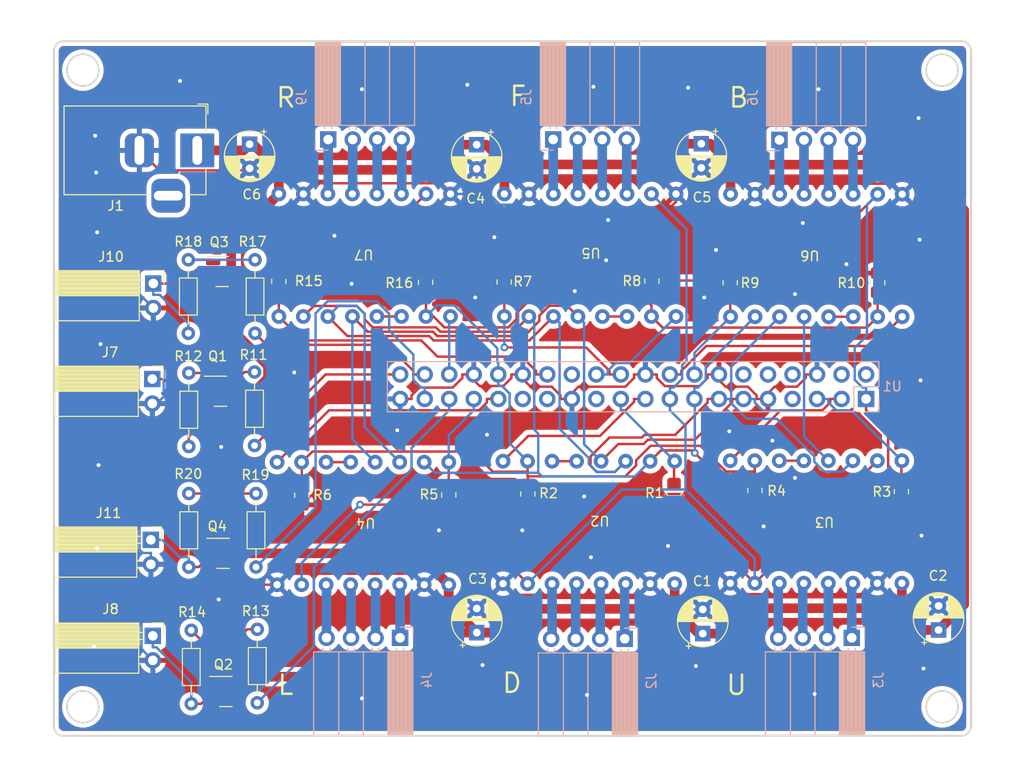
<source format=kicad_pcb>
(kicad_pcb (version 20211014) (generator pcbnew)
  (layers (0 "F.Cu" signal) (31 "B.Cu" signal) (34 "B.Paste" user) (35 "F.Paste" user) (36 "B.SilkS" user "B.Silkscreen") (37 "F.SilkS" user "F.Silkscreen") (38 "B.Mask" user) (39 "F.Mask" user) (44 "Edge.Cuts" user))
  (net 0 "")
  (net 1 "+BATT")
  (net 2 "GND")
  (net 3 "Net-(J2-Pad1)")
  (net 4 "Net-(J2-Pad2)")
  (net 5 "Net-(J2-Pad3)")
  (net 6 "Net-(J2-Pad4)")
  (net 7 "Net-(J3-Pad1)")
  (net 8 "Net-(J3-Pad2)")
  (net 9 "Net-(J3-Pad3)")
  (net 10 "Net-(J3-Pad4)")
  (net 11 "Net-(J4-Pad1)")
  (net 12 "Net-(J4-Pad2)")
  (net 13 "Net-(J4-Pad3)")
  (net 14 "Net-(J4-Pad4)")
  (net 15 "Net-(J5-Pad1)")
  (net 16 "Net-(J5-Pad2)")
  (net 17 "Net-(J5-Pad3)")
  (net 18 "Net-(J5-Pad4)")
  (net 19 "Net-(J6-Pad1)")
  (net 20 "Net-(J6-Pad2)")
  (net 21 "Net-(J6-Pad3)")
  (net 22 "Net-(J6-Pad4)")
  (net 23 "Net-(J9-Pad1)")
  (net 24 "Net-(J9-Pad2)")
  (net 25 "Net-(J9-Pad3)")
  (net 26 "Net-(J9-Pad4)")
  (net 27 "Net-(Q1-Pad1)")
  (net 28 "Net-(Q2-Pad1)")
  (net 29 "Net-(Q3-Pad1)")
  (net 30 "Net-(Q4-Pad1)")
  (net 31 "+3.3V")
  (net 32 "/MicroController/ENABLE_D")
  (net 33 "/MicroController/STEP1")
  (net 34 "/MicroController/ENABLE_U")
  (net 35 "/MicroController/ENABLE_L")
  (net 36 "/MicroController/ENABLE_F")
  (net 37 "/MicroController/ENABLE_B")
  (net 38 "/MicroController/LED_R")
  (net 39 "/MicroController/LED_L")
  (net 40 "/MicroController/ENABLE_R")
  (net 41 "/MicroController/LED_F")
  (net 42 "/MicroController/LED_B")
  (net 48 "/MicroController/DIR_R")
  (net 50 "/MicroController/MS1")
  (net 51 "/MicroController/MS2")
  (net 52 "/MicroController/DIR_F")
  (net 53 "/MicroController/DIR_B")
  (net 54 "/MicroController/MS3")
  (net 56 "/MicroController/DIR_U")
  (net 58 "/MicroController/DIR_D")
  (net 61 "/MicroController/DIR_L")
  (net 62 "Net-(U2-Pad5)")
  (net 63 "Net-(U3-Pad5)")
  (net 64 "Net-(U4-Pad5)")
  (net 65 "Net-(U5-Pad5)")
  (net 66 "Net-(U6-Pad5)")
  (net 67 "Net-(U7-Pad5)")
  (net 68 "Net-(Q1-Pad2)")
  (net 69 "Net-(Q2-Pad2)")
  (net 70 "Net-(Q3-Pad2)")
  (net 71 "Net-(Q4-Pad2)")
  (footprint "Connector_BarrelJack:BarrelJack_Horizontal" (layer "F.Cu") (at 108.775 74.8675)
    (fp_text reference "J1")
    (fp_text value "Barrel_Jack")
  )
  (footprint "Resistor_THT:R_Axial_DIN0204_L3.6mm_D1.6mm_P7.62mm_Horizontal" (layer "F.Cu") (at 107.8992 110.4392 -90)
    (fp_text reference "R20")
    (fp_text value "10k")
  )
  (footprint "Capacitor_THT:CP_Radial_D5.0mm_P2.50mm" (layer "F.Cu") (at 185.5624 124.5856 90)
    (fp_text reference "C2")
    (fp_text value "10u")
  )
  (footprint "Package_TO_SOT_SMD:SOT-23" (layer "F.Cu") (at 111.3536 87.4268)
    (fp_text reference "Q3")
    (fp_text value "BSS138")
  )
  (footprint "Package_TO_SOT_SMD:SOT-23" (layer "F.Cu") (at 111.1735 99.8372)
    (fp_text reference "Q1")
    (fp_text value "BSS138")
  )
  (footprint "Resistor_THT:R_Axial_DIN0204_L3.6mm_D1.6mm_P7.62mm_Horizontal" (layer "F.Cu") (at 114.7064 105.4608 90)
    (fp_text reference "R11")
    (fp_text value "10k")
  )
  (footprint "Resistor_THT:R_Axial_DIN0204_L3.6mm_D1.6mm_P7.62mm_Horizontal" (layer "F.Cu") (at 108.1532 124.6124 -90)
    (fp_text reference "R14")
    (fp_text value "10k")
  )
  (footprint "Resistor_THT:R_Axial_DIN0204_L3.6mm_D1.6mm_P7.62mm_Horizontal" (layer "F.Cu") (at 114.8588 118.0592 90)
    (fp_text reference "R19")
    (fp_text value "10k")
  )
  (footprint "Capacitor_THT:CP_Radial_D5.0mm_P2.50mm" (layer "F.Cu") (at 137.7296 124.8571 90)
    (fp_text reference "C3")
    (fp_text value "10u")
  )
  (footprint "Resistor_SMD:R_0805_2012Metric_Pad1.20x1.40mm_HandSolder" (layer "F.Cu") (at 163.9796 88.588 -90)
    (fp_text reference "R9")
    (fp_text value "10k")
  )
  (footprint "Resistor_THT:R_Axial_DIN0204_L3.6mm_D1.6mm_P7.62mm_Horizontal" (layer "F.Cu") (at 114.9881 132.1308 90)
    (fp_text reference "R13")
    (fp_text value "10k")
  )
  (footprint "Connector_PinSocket_2.54mm:PinSocket_1x02_P2.54mm_Horizontal" (layer "F.Cu") (at 104.1712 125.192)
    (fp_text reference "J8")
    (fp_text value "Conn_01x02_Female")
  )
  (footprint "Resistor_SMD:R_0805_2012Metric_Pad1.20x1.40mm_HandSolder" (layer "F.Cu") (at 166.5374 110.1106 -90)
    (fp_text reference "R4")
    (fp_text value "10k")
  )
  (footprint "Capacitor_THT:CP_Radial_D5.0mm_P2.50mm" (layer "F.Cu") (at 137.7188 74.2837 -90)
    (fp_text reference "C4")
    (fp_text value "10u")
  )
  (footprint "Resistor_SMD:R_0805_2012Metric_Pad1.20x1.40mm_HandSolder" (layer "F.Cu") (at 181.7124 110.2356 90)
    (fp_text reference "R3")
    (fp_text value "10k")
  )
  (footprint "Resistor_SMD:R_0805_2012Metric_Pad1.20x1.40mm_HandSolder" (layer "F.Cu") (at 158.162 110.4114 90)
    (fp_text reference "R1")
    (fp_text value "10k")
  )
  (footprint "stepper_music_lib:a4988" (layer "F.Cu") (at 140.5838 92.0888 90)
    (fp_text reference "U5")
    (fp_text value "a4988")
  )
  (footprint "Resistor_THT:R_Axial_DIN0204_L3.6mm_D1.6mm_P7.62mm_Horizontal" (layer "F.Cu") (at 114.7572 93.8276 90)
    (fp_text reference "R17")
    (fp_text value "10k")
  )
  (footprint "Resistor_SMD:R_0805_2012Metric_Pad1.20x1.40mm_HandSolder" (layer "F.Cu") (at 143.012 110.4864 -90)
    (fp_text reference "R2")
    (fp_text value "10k")
  )
  (footprint "Capacitor_THT:CP_Radial_D5.0mm_P2.50mm" (layer "F.Cu") (at 160.9852 74.1821 -90)
    (fp_text reference "C5")
    (fp_text value "10u")
  )
  (footprint "stepper_music_lib:a4988" (layer "F.Cu") (at 134.8232 107.188 -90)
    (fp_text reference "U4")
    (fp_text value "a4988")
  )
  (footprint "Resistor_SMD:R_0805_2012Metric_Pad1.20x1.40mm_HandSolder" (layer "F.Cu") (at 119.6032 110.613 -90)
    (fp_text reference "R6")
    (fp_text value "10k")
  )
  (footprint "Resistor_THT:R_Axial_DIN0204_L3.6mm_D1.6mm_P7.62mm_Horizontal" (layer "F.Cu") (at 107.8484 86.2076 -90)
    (fp_text reference "R18")
    (fp_text value "10k")
  )
  (footprint "Package_TO_SOT_SMD:SOT-23" (layer "F.Cu") (at 111.7369 130.9624)
    (fp_text reference "Q2")
    (fp_text value "BSS138")
  )
  (footprint "Resistor_SMD:R_0805_2012Metric_Pad1.20x1.40mm_HandSolder" (layer "F.Cu") (at 117.2234 88.463 -90)
    (fp_text reference "R15")
    (fp_text value "10k")
  )
  (footprint "stepper_music_lib:a4988" (layer "F.Cu") (at 164.0146 92.113 90)
    (fp_text reference "U6")
    (fp_text value "a4988")
  )
  (footprint "Resistor_SMD:R_0805_2012Metric_Pad1.20x1.40mm_HandSolder" (layer "F.Cu") (at 140.5688 88.5138 -90)
    (fp_text reference "R7")
    (fp_text value "10k")
  )
  (footprint "Connector_PinSocket_2.54mm:PinSocket_1x02_P2.54mm_Horizontal" (layer "F.Cu") (at 104.1204 98.5728)
    (fp_text reference "J7")
    (fp_text value "Conn_01x02_Female")
  )
  (footprint "Capacitor_THT:CP_Radial_D5.0mm_P2.50mm" (layer "F.Cu") (at 114.1984 74.2329 -90)
    (fp_text reference "C6")
    (fp_text value "10u")
  )
  (footprint "Package_TO_SOT_SMD:SOT-23" (layer "F.Cu") (at 111.4533 116.6368)
    (fp_text reference "Q4")
    (fp_text value "BSS138")
  )
  (footprint "stepper_music_lib:a4988" (layer "F.Cu") (at 181.7624 107.0356 -90)
    (fp_text reference "U3")
    (fp_text value "a4988")
  )
  (footprint "Resistor_SMD:R_0805_2012Metric_Pad1.20x1.40mm_HandSolder" (layer "F.Cu") (at 179.2546 88.588 90)
    (fp_text reference "R10")
    (fp_text value "10k")
  )
  (footprint "Connector_PinSocket_2.54mm:PinSocket_1x02_P2.54mm_Horizontal" (layer "F.Cu") (at 103.968 115.2352)
    (fp_text reference "J11")
    (fp_text value "Conn_01x02_Female")
  )
  (footprint "Resistor_THT:R_Axial_DIN0204_L3.6mm_D1.6mm_P7.62mm_Horizontal" (layer "F.Cu") (at 107.8992 97.9424 -90)
    (fp_text reference "R12")
    (fp_text value "10k")
  )
  (footprint "Capacitor_THT:CP_Radial_D5.0mm_P2.50mm" (layer "F.Cu") (at 161.1376 124.952 90)
    (fp_text reference "C1")
    (fp_text value "10u")
  )
  (footprint "Resistor_SMD:R_0805_2012Metric_Pad1.20x1.40mm_HandSolder" (layer "F.Cu") (at 134.8282 110.588 90)
    (fp_text reference "R5")
    (fp_text value "10k")
  )
  (footprint "stepper_music_lib:a4988" (layer "F.Cu") (at 158.227 107.0864 -90)
    (fp_text reference "U2")
    (fp_text value "a4988")
  )
  (footprint "Connector_PinSocket_2.54mm:PinSocket_1x02_P2.54mm_Horizontal" (layer "F.Cu") (at 104.222 88.6668)
    (fp_text reference "J10")
    (fp_text value "Conn_01x02_Female")
  )
  (footprint "Resistor_SMD:R_0805_2012Metric_Pad1.20x1.40mm_HandSolder" (layer "F.Cu") (at 132.4234 88.538 90)
    (fp_text reference "R16")
    (fp_text value "10k")
  )
  (footprint "Resistor_SMD:R_0805_2012Metric_Pad1.20x1.40mm_HandSolder" (layer "F.Cu") (at 155.8688 88.4138 90)
    (fp_text reference "R8")
    (fp_text value "10k")
  )
  (footprint "stepper_music_lib:a4988" (layer "F.Cu") (at 117.2234 92.088 90)
    (fp_text reference "U7")
    (fp_text value "a4988")
  )
  (footprint "Connector_PinSocket_2.54mm:PinSocket_1x04_P2.54mm_Horizontal" (layer "B.Cu") (at 169.0796 73.788 -90)
    (fp_text reference "J6")
    (fp_text value "Conn_01x04_Female")
  )
  (footprint "Connector_PinSocket_2.54mm:PinSocket_1x04_P2.54mm_Horizontal" (layer "B.Cu") (at 153.0496 125.4956 90)
    (fp_text reference "J2")
    (fp_text value "Conn_01x04_Female")
  )
  (footprint "Connector_PinSocket_2.54mm:PinSocket_1x04_P2.54mm_Horizontal" (layer "B.Cu") (at 122.3372 73.742 -90)
    (fp_text reference "J9")
    (fp_text value "Conn_01x04_Female")
  )
  (footprint "Connector_PinSocket_2.54mm:PinSocket_1x04_P2.54mm_Horizontal" (layer "B.Cu") (at 129.7832 125.394 90)
    (fp_text reference "J4")
    (fp_text value "Conn_01x04_Female")
  )
  (footprint "Connector_PinSocket_2.54mm:PinSocket_1x04_P2.54mm_Horizontal" (layer "B.Cu") (at 176.57 125.394 90)
    (fp_text reference "J3")
    (fp_text value "Conn_01x04_Female")
  )
  (footprint "Connector_PinSocket_2.54mm:PinSocket_1x04_P2.54mm_Horizontal" (layer "B.Cu") (at 145.6438 73.7388 -90)
    (fp_text reference "J5")
    (fp_text value "Conn_01x04_Female")
  )
  (footprint "Connector_PinHeader_2.54mm:PinHeader_2x20_P2.54mm_Vertical" (layer "B.Cu") (at 178.054 100.6348 90)
    (fp_text reference "U1")
    (fp_text value "RaspberryPi4")
  )
  (gr_circle (center 96.925 132.55) (end 98.575 132.55) (layer "Edge.Cuts") (width 0.2) (fill none))
  (gr_line (start 93.925 134.55) (end 93.925 64.55) (layer "Edge.Cuts") (width 0.2))
  (gr_line (start 187.925 135.55) (end 94.925 135.55) (layer "Edge.Cuts") (width 0.2))
  (gr_circle (center 185.925 132.55) (end 187.575 132.55) (layer "Edge.Cuts") (width 0.2) (fill none))
  (gr_circle (center 96.925 66.55) (end 98.575 66.55) (layer "Edge.Cuts") (width 0.2) (fill none))
  (gr_line (start 94.925 63.55) (end 187.925 63.55) (layer "Edge.Cuts") (width 0.2))
  (gr_arc (start 188.925 134.55) (mid 188.632107 135.257107) (end 187.925 135.55) (layer "Edge.Cuts") (width 0.2))
  (gr_line (start 188.925 64.55) (end 188.925 134.55) (layer "Edge.Cuts") (width 0.2))
  (gr_circle (center 185.925 66.55) (end 187.575 66.55) (layer "Edge.Cuts") (width 0.2) (fill none))
  (gr_arc (start 93.925 64.55) (mid 94.217893 63.842893) (end 94.925 63.55) (layer "Edge.Cuts") (width 0.2))
  (gr_arc (start 187.925 63.55) (mid 188.632107 63.842893) (end 188.925 64.55) (layer "Edge.Cuts") (width 0.2))
  (gr_arc (start 94.925 135.55) (mid 94.217893 135.257107) (end 93.925 134.55) (layer "Edge.Cuts") (width 0.2))
  (gr_text "	U\n" (at 160.8674 130.296) (layer "F.SilkS") (effects (font (size 2 2) (thickness 0.25))))
  (gr_text "D\n" (at 141.3764 130.0802) (layer "F.SilkS") (effects (font (size 2 2) (thickness 0.25))))
  (gr_text "R\n" (at 117.9576 69.404624) (layer "F.SilkS") (effects (font (size 2 2) (thickness 0.25))))
  (gr_text "B" (at 164.848 69.403024) (layer "F.SilkS") (effects (font (size 2 2) (thickness 0.25))))
  (gr_text "L" (at 117.9186 130.2834) (layer "F.SilkS") (effects (font (size 2 2) (thickness 0.25))))
  (gr_text "F" (at 141.9954 69.253824) (layer "F.SilkS") (effects (font (size 2 2) (thickness 0.25))))
  (segment (start 164.015 76.4218) (end 164.015 79.413) (width 1) (layer "F.Cu") (net 1))
  (segment (start 188.214 121.934) (end 185.5624 124.5856) (width 1) (layer "F.Cu") (net 1))
  (segment (start 158.227 119.7864) (end 158.227 119.786) (width 1) (layer "F.Cu") (net 1))
  (segment (start 140.665 76.2508) (end 140.584 76.3322) (width 1) (layer "F.Cu") (net 1))
  (segment (start 112.2911 84.3199) (end 117.223 79.388) (width 1) (layer "F.Cu") (net 1))
  (segment (start 164.0146 79.413) (end 164.015 79.413) (width 1) (layer "F.Cu") (net 1))
  (segment (start 158.227 122.392) (end 158.227 119.7864) (width 1) (layer "F.Cu") (net 1))
  (segment (start 166.319 122.326) (end 163.627 125.019) (width 1) (layer "F.Cu") (net 1))
  (segment (start 137.7188 74.2837) (end 138.698 74.2837) (width 1) (layer "F.Cu") (net 1))
  (segment (start 132.814 76.8882) (end 135.419 74.2837) (width 1) (layer "F.Cu") (net 1))
  (segment (start 161.914 74.1821) (end 164.084 76.3524) (width 1) (layer "F.Cu") (net 1))
  (segment (start 140.584 77.8605) (end 140.584 79.3888) (width 1) (layer "F.Cu") (net 1))
  (segment (start 140.573 124.857) (end 139.1515 124.857) (width 1) (layer "F.Cu") (net 1))
  (segment (start 163.627 125.019) (end 163.56 124.952) (width 1) (layer "F.Cu") (net 1))
  (segment (start 160.715 124.952) (end 158.191 122.428) (width 1) (layer "F.Cu") (net 1))
  (segment (start 137.73 124.857) (end 134.823 121.951) (width 1) (layer "F.Cu") (net 1))
  (segment (start 117.2234 79.388) (end 117.223 79.388) (width 1) (layer "F.Cu") (net 1))
  (segment (start 112.2911 93.3876) (end 116.1108 97.2073) (width 1) (layer "F.Cu") (net 1))
  (segment (start 156.941 76.3322) (end 159.092 74.1821) (width 1) (layer "F.Cu") (net 1))
  (segment (start 114.2099 129.4269) (end 131.6579 129.4269) (width 1) (layer "F.Cu") (net 1))
  (segment (start 134.823 121.951) (end 134.823 120.9195) (width 1) (layer "F.Cu") (net 1))
  (segment (start 137.7297 124.857) (end 137.7296 124.8571) (width 1) (layer "F.Cu") (net 1))
  (segment (start 160.9852 74.1821) (end 161.914 74.1821) (width 1) (layer "F.Cu") (net 1))
  (segment (start 163.56 124.952) (end 161.1376 124.952) (width 1) (layer "F.Cu") (net 1))
  (segment (start 185.5624 124.5856) (end 185.562 124.586) (width 1) (layer "F.Cu") (net 1))
  (segment (start 164.084 76.3524) (end 164.015 76.4218) (width 1) (layer "F.Cu") (net 1))
  (segment (start 139.1515 124.857) (end 137.7297 124.857) (width 1) (layer "F.Cu") (net 1))
  (segment (start 188.214 81.0768) (end 188.214 121.934) (width 1) (layer "F.Cu") (net 1))
  (segment (start 181.712 122.326) (end 166.319 122.326) (width 1) (layer "F.Cu") (net 1))
  (segment (start 139.1515 124.857) (end 137.73 124.857) (width 1) (layer "F.Cu") (net 1))
  (segment (start 112.2911 87.4268) (end 112.2911 84.3199) (width 1) (layer "F.Cu") (net 1))
  (segment (start 117.223 76.8882) (end 132.814 76.8882) (width 1) (layer "F.Cu") (net 1))
  (segment (start 134.823 120.9195) (end 134.8232 120.9193) (width 1) (layer "F.Cu") (net 1))
  (segment (start 185.562 124.586) (end 183.971 124.586) (width 1) (layer "F.Cu") (net 1))
  (segment (start 134.8232 120.9193) (end 134.8232 119.888) (width 1) (layer "F.Cu") (net 1))
  (segment (start 117.223 76.8882) (end 117.223 79.388) (width 1) (layer "F.Cu") (net 1))
  (segment (start 140.584 77.8605) (end 140.5838 77.8607) (width 1) (layer "F.Cu") (net 1))
  (segment (start 138.698 74.2837) (end 140.665 76.2508) (width 1) (layer "F.Cu") (net 1))
  (segment (start 134.823 120.9195) (end 134.823 119.888) (width 1) (layer "F.Cu") (net 1))
  (segment (start 158.191 122.428) (end 158.227 122.392) (width 1) (layer "F.Cu") (net 1))
  (segment (start 181.712 122.326) (end 181.762 122.276) (width 1) (layer "F.Cu") (net 1))
  (segment (start 140.5838 77.8607) (end 140.5838 79.3888) (width 1) (layer "F.Cu") (net 1))
  (segment (start 114.568 74.2329) (end 117.223 76.8882) (width 1) (layer "F.Cu") (net 1))
  (segment (start 158.227 122.392) (end 143.038 122.392) (width 1) (layer "F.Cu") (net 1))
  (segment (start 135.419 74.2837) (end 137.7188 74.2837) (width 1) (layer "F.Cu") (net 1))
  (segment (start 112.2911 87.4268) (end 112.2911 93.3876) (width 1) (layer "F.Cu") (net 1))
  (segment (start 140.584 76.3322) (end 156.941 76.3322) (width 1) (layer "F.Cu") (net 1))
  (segment (start 159.092 74.1821) (end 160.9852 74.1821) (width 1) (layer "F.Cu") (net 1))
  (segment (start 181.7624 119.7356) (end 181.762 119.736) (width 1) (layer "F.Cu") (net 1))
  (segment (start 131.5718 116.6368) (end 112.3908 116.6368) (width 1) (layer "F.Cu") (net 1))
  (segment (start 114.198 74.2329) (end 114.1984 74.2329) (width 1) (layer "F.Cu") (net 1))
  (segment (start 134.823 119.888) (end 131.5718 116.6368) (width 1) (layer "F.Cu") (net 1))
  (segment (start 161.1376 124.952) (end 160.715 124.952) (width 1) (layer "F.Cu") (net 1))
  (segment (start 116.1108 98.4736) (end 114.7472 99.8372) (width 1) (layer "F.Cu") (net 1))
  (segment (start 114.1984 74.2329) (end 114.568 74.2329) (width 1) (layer "F.Cu") (net 1))
  (segment (start 164.084 76.3524) (end 183.49 76.3524) (width 1) (layer "F.Cu") (net 1))
  (segment (start 113.564 74.8675) (end 114.198 74.2329) (width 1) (layer "F.Cu") (net 1))
  (segment (start 116.1108 97.2073) (end 116.1108 98.4736) (width 1) (layer "F.Cu") (net 1))
  (segment (start 108.775 74.8675) (end 113.564 74.8675) (width 1) (layer "F.Cu") (net 1))
  (segment (start 131.6579 129.4269) (end 136.2277 124.8571) (width 1) (layer "F.Cu") (net 1))
  (segment (start 112.6744 130.9624) (end 114.2099 129.4269) (width 1) (layer "F.Cu") (net 1))
  (segment (start 137.7296 124.8571) (end 136.2277 124.8571) (width 1) (layer "F.Cu") (net 1))
  (segment (start 183.971 124.586) (end 181.712 122.326) (width 1) (layer "F.Cu") (net 1))
  (segment (start 114.7472 99.8372) (end 112.111 99.8372) (width 1) (layer "F.Cu") (net 1))
  (segment (start 181.762 122.276) (end 181.762 119.736) (width 1) (layer "F.Cu") (net 1))
  (segment (start 140.584 76.3322) (end 140.584 77.8605) (width 1) (layer "F.Cu") (net 1))
  (segment (start 183.49 76.3524) (end 188.214 81.0768) (width 1) (layer "F.Cu") (net 1))
  (segment (start 143.038 122.392) (end 140.573 124.857) (width 1) (layer "F.Cu") (net 1))
  (segment (start 136.8256 98.0948) (end 136.2371 98.0948) (width 0.25) (layer "F.Cu") (net 2))
  (segment (start 136.2371 98.4606) (end 136.2371 98.0948) (width 0.25) (layer "F.Cu") (net 2))
  (segment (start 117.0432 119.888) (end 118.1842 118.747) (width 0.25) (layer "F.Cu") (net 2))
  (segment (start 158.3638 80.1988) (end 154.7747 83.7879) (width 0.25) (layer "F.Cu") (net 2))
  (segment (start 166.7171 100.269) (end 166.7171 100.6348) (width 0.25) (layer "F.Cu") (net 2))
  (segment (start 119.6032 111.613) (end 120.579 110.6372) (width 0.25) (layer "F.Cu") (net 2))
  (segment (start 168.5756 99.3648) (end 170.8929 99.3648) (width 0.25) (layer "F.Cu") (net 2))
  (segment (start 154.0171 98.4606) (end 154.0171 98.0948) (width 0.25) (layer "F.Cu") (net 2))
  (segment (start 136.8256 98.0948) (end 138.0162 99.2854) (width 0.25) (layer "F.Cu") (net 2))
  (segment (start 155.194 98.0948) (end 154.0171 98.0948) (width 0.25) (layer "F.Cu") (net 2))
  (segment (start 143.2947 99.3648) (end 145.4929 99.3648) (width 0.25) (layer "F.Cu") (net 2))
  (segment (start 146.9856 100.6348) (end 146.3971 100.6348) (width 0.25) (layer "F.Cu") (net 2))
  (segment (start 160.7931 99.3046) (end 161.6371 98.4606) (width 0.25) (layer "F.Cu") (net 2))
  (segment (start 151.923 116.0223) (end 147.387 111.4864) (width 0.25) (layer "F.Cu") (net 2))
  (segment (start 131.1422 118.747) (end 132.2832 119.888) (width 0.25) (layer "F.Cu") (net 2))
  (segment (start 114.1984 76.7329) (end 113.9869 76.9444) (width 0.25) (layer "F.Cu") (net 2))
  (segment (start 167.894 100.6348) (end 167.3056 100.6348) (width 0.25) (layer "F.Cu") (net 2))
  (segment (start 165.8129 99.3648) (end 166.7171 100.269) (width 0.25) (layer "F.Cu") (net 2))
  (segment (start 129.794 100.6348) (end 130.9709 100.6348) (width 0.25) (layer "F.Cu") (net 2))
  (segment (start 120.8724 78.279) (end 119.7634 79.388) (width 0.25) (layer "F.Cu") (net 2))
  (segment (start 153.1129 99.3648) (end 154.0171 98.4606) (width 0.25) (layer "F.Cu") (net 2))
  (segment (start 159.4783 111.1106) (end 158.8512 110.4835) (width 0.25) (layer "F.Cu") (net 2))
  (segment (start 133.8944 78.279) (end 120.8724 78.279) (width 0.25) (layer "F.Cu") (net 2))
  (segment (start 135.0034 79.388) (end 133.8944 78.279) (width 0.25) (layer "F.Cu") (net 2))
  (segment (start 147.5229 83.7879) (end 143.1238 79.3888) (width 0.25) (layer "F.Cu") (net 2))
  (segment (start 147.574 100.6348) (end 146.9856 100.6348) (width 0.25) (layer "F.Cu") (net 2))
  (segment (start 142.1628 110.6372) (end 143.012 111.4864) (width 0.25) (layer "F.Cu") (net 2))
  (segment (start 161.6371 98.4606) (end 161.6371 98.0948) (width 0.25) (layer "F.Cu") (net 2))
  (segment (start 166.5374 111.1106) (end 159.4783 111.1106) (width 0.25) (layer "F.Cu") (net 2))
  (segment (start 132.4234 81.968) (end 135.0034 79.388) (width 0.25) (layer "F.Cu") (net 2))
  (segment (start 171.7971 98.4606) (end 171.7971 98.0948) (width 0.25) (layer "F.Cu") (net 2))
  (segment (start 154.7747 86.3197) (end 155.8688 87.4138) (width 0.25) (layer "F.Cu") (net 2))
  (segment (start 145.4929 99.3648) (end 146.3971 100.269) (width 0.25) (layer "F.Cu") (net 2))
  (segment (start 158.3638 79.3888) (end 158.3638 80.1988) (width 0.25) (layer "F.Cu") (net 2))
  (segment (start 107.2577 119.888) (end 117.0432 119.888) (width 0.25) (layer "F.Cu") (net 2))
  (segment (start 154.7747 83.7879) (end 154.7747 86.3197) (width 0.25) (layer "F.Cu") (net 2))
  (segment (start 151.923 116.0223) (end 155.687 119.7864) (width 0.25) (layer "F.Cu") (net 2))
  (segment (start 157.2129 99.3046) (end 160.7931 99.3046) (width 0.25) (layer "F.Cu") (net 2))
  (segment (start 158.8512 110.4835) (end 157.4618 110.4835) (width 0.25) (layer "F.Cu") (net 2))
  (segment (start 163.9824 119.7356) (end 165.114 120.8672) (width 0.25) (layer "F.Cu") (net 2))
  (segment (start 140.4923 99.2854) (end 141.3171 98.4606) (width 0.25) (layer "F.Cu") (net 2))
  (segment (start 105.1449 117.7752) (end 107.2577 119.888) (width 0.25) (layer "F.Cu") (net 2))
  (segment (start 179.2546 81.953) (end 181.7946 79.413) (width 0.25) (layer "F.Cu") (net 2))
  (segment (start 154.5367 120.9367) (end 141.5973 120.9367) (width 0.25) (layer "F.Cu") (net 2))
  (segment (start 141.9056 98.0948) (end 142.0247 98.0948) (width 0.25) (layer "F.Cu") (net 2))
  (segment (start 162.2256 98.0948) (end 161.6371 98.0948) (width 0.25) (layer "F.Cu") (net 2))
  (segment (start 155.194 98.0948) (end 156.3709 98.0948) (width 0.25) (layer "F.Cu") (net 2))
  (segment (start 178.0908 120.8672) (end 179.2224 119.7356) (width 0.25) (layer "F.Cu") (net 2))
  (segment (start 141.3171 98.4606) (end 141.3171 98.0948) (width 0.25) (layer "F.Cu") (net 2))
  (segment (start 180.7003 78.3187) (end 167.6489 78.3187) (width 0.25) (layer "F.Cu") (net 2))
  (segment (start 142.0247 98.0948) (end 143.2947 99.3648) (width 0.25) (layer "F.Cu") (net 2))
  (segment (start 130.9709 100.6348) (end 130.9709 100.2669) (width 0.25) (layer "F.Cu") (net 2))
  (segment (start 103.968 117.7752) (end 105.1449 117.7752) (width 0.25) (layer "F.Cu") (net 2))
  (segment (start 167.3056 100.6348) (end 166.7171 100.6348) (width 0.25) (layer "F.Cu") (net 2))
  (segment (start 146.3971 100.269) (end 146.3971 100.6348) (width 0.25) (layer "F.Cu") (net 2))
  (segment (start 131.7799 99.4579) (end 135.2398 99.4579) (width 0.25) (layer "F.Cu") (net 2))
  (segment (start 141.9056 98.0948) (end 141.3171 98.0948) (width 0.25) (layer "F.Cu") (net 2))
  (segment (start 181.7946 79.413) (end 180.7003 78.3187) (width 0.25) (layer "F.Cu") (net 2))
  (segment (start 132.4234 87.538) (end 132.4234 81.968) (width 0.25) (layer "F.Cu") (net 2))
  (segment (start 141.5973 120.9367) (end 140.447 119.7864) (width 0.25) (layer "F.Cu") (net 2))
  (segment (start 130.9709 100.2669) (end 131.7799 99.4579) (width 0.25) (layer "F.Cu") (net 2))
  (segment (start 104.8519 76.9444) (end 102.775 74.8675) (width 0.25) (layer "F.Cu") (net 2))
  (segment (start 162.814 98.0948) (end 162.2256 98.0948) (width 0.25) (layer "F.Cu") (net 2))
  (segment (start 172.974 98.0948) (end 171.7971 98.0948) (width 0.25) (layer "F.Cu") (net 2))
  (segment (start 155.687 119.7864) (end 154.5367 120.9367) (width 0.25) (layer "F.Cu") (net 2))
  (segment (start 137.414 98.0948) (end 136.8256 98.0948) (width 0.25) (layer "F.Cu") (net 2))
  (segment (start 135.2398 99.4579) (end 136.2371 98.4606) (width 0.25) (layer "F.Cu") (net 2))
  (segment (start 157.4618 110.4835) (end 151.923 116.0223) (width 0.25) (layer "F.Cu") (net 2))
  (segment (start 156.3709 98.4626) (end 157.2129 99.3046) (width 0.25) (layer "F.Cu") (net 2))
  (segment (start 138.0162 99.2854) (end 140.4923 99.2854) (width 0.25) (layer "F.Cu") (net 2))
  (segment (start 170.8929 99.3648) (end 171.7971 98.4606) (width 0.25) (layer "F.Cu") (net 2))
  (segment (start 179.2546 87.588) (end 179.2546 81.953) (width 0.25) (layer "F.Cu") (net 2))
  (segment (start 142.494 98.0948) (end 142.0247 98.0948) (width 0.25) (layer "F.Cu") (net 2))
  (segment (start 165.114 120.8672) (end 178.0908 120.8672) (width 0.25) (layer "F.Cu") (net 2))
  (segment (start 147.387 111.4864) (end 143.012 111.4864) (width 0.25) (layer "F.Cu") (net 2))
  (segment (start 162.2256 98.0948) (end 163.4956 99.3648) (width 0.25) (layer "F.Cu") (net 2))
  (segment (start 148.2556 99.3648) (end 153.1129 99.3648) (width 0.25) (layer "F.Cu") (net 2))
  (segment (start 167.6489 78.3187) (end 166.5546 79.413) (width 0.25) (layer "F.Cu") (net 2))
  (segment (start 154.7747 83.7879) (end 147.5229 83.7879) (width 0.25) (layer "F.Cu") (net 2))
  (segment (start 167.3056 100.6348) (end 168.5756 99.3648) (width 0.25) (layer "F.Cu") (net 2))
  (segment (start 120.579 110.6372) (end 142.1628 110.6372) (width 0.25) (layer "F.Cu") (net 2))
  (segment (start 118.1842 118.747) (end 131.1422 118.747) (width 0.25) (layer "F.Cu") (net 2))
  (segment (start 156.3709 98.0948) (end 156.3709 98.4626) (width 0.25) (layer "F.Cu") (net 2))
  (segment (start 113.9869 76.9444) (end 104.8519 76.9444) (width 0.25) (layer "F.Cu") (net 2))
  (segment (start 163.4956 99.3648) (end 165.8129 99.3648) (width 0.25) (layer "F.Cu") (net 2))
  (segment (start 146.9856 100.6348) (end 148.2556 99.3648) (width 0.25) (layer "F.Cu") (net 2))
  (via (at 133.8072 114.2492) (size 0.8) (drill 0.4) (layers "F.Cu" "B.Cu") (net 2))
  (via (at 172.72 131.2164) (size 0.8) (drill 0.4) (layers "F.Cu" "B.Cu") (net 2))
  (via (at 162.5092 85.1916) (size 0.8) (drill 0.4) (layers "F.Cu" "B.Cu") (net 2))
  (via (at 149.1488 131.318) (size 0.8) (drill 0.4) (layers "F.Cu" "B.Cu") (net 2))
  (via (at 98.7552 94.9452) (size 0.8) (drill 0.4) (layers "F.Cu" "B.Cu") (net 2))
  (via (at 137.5664 90.1192) (size 0.8) (drill 0.4) (layers "F.Cu" "B.Cu") (net 2))
  (via (at 124.7648 88.6968) (size 0.8) (drill 0.4) (layers "F.Cu" "B.Cu") (net 2))
  (via (at 160.4264 128.3208) (size 0.8) (drill 0.4) (layers "F.Cu" "B.Cu") (net 2))
  (via (at 118.8212 97.8916) (size 0.8) (drill 0.4) (layers "F.Cu" "B.Cu") (net 2))
  (via (at 98.3996 83.3628) (size 0.8) (drill 0.4) (layers "F.Cu" "B.Cu") (net 2))
  (via (at 125.8316 68.5292) (size 0.8) (drill 0.4) (layers "F.Cu" "B.Cu") (net 2))
  (via (at 98.0948 126.2888) (size 0.8) (drill 0.4) (layers "F.Cu" "B.Cu") (net 2))
  (via (at 183.5912 84.1248) (size 0.8) (drill 0.4) (layers "F.Cu" "B.Cu") (net 2))
  (via (at 176.022 86.6648) (size 0.8) (drill 0.4) (layers "F.Cu" "B.Cu") (net 2))
  (via (at 147.8788 89.4588) (size 0.8) (drill 0.4) (layers "F.Cu" "B.Cu") (net 2))
  (via (at 98.1964 73.3552) (size 0.8) (drill 0.4) (layers "F.Cu" "B.Cu") (net 2))
  (via (at 138.3284 128.2192) (size 0.8) (drill 0.4) (layers "F.Cu" "B.Cu") (net 2))
  (via (at 125.8316 131.6736) (size 0.8) (drill 0.4) (layers "F.Cu" "B.Cu") (net 2))
  (via (at 98.298 77.1652) (size 0.8) (drill 0.4) (layers "F.Cu" "B.Cu") (net 2))
  (via (at 159.6136 68.3768) (size 0.8) (drill 0.4) (layers "F.Cu" "B.Cu") (net 2))
  (via (at 151.3332 82.0928) (size 0.8) (drill 0.4) (layers "F.Cu" "B.Cu") (net 2))
  (via (at 183.6928 98.7044) (size 0.8) (drill 0.4) (layers "F.Cu" "B.Cu") (net 2))
  (via (at 151.13 86.2584) (size 0.8) (drill 0.4) (layers "F.Cu" "B.Cu") (net 2))
  (via (at 173.1264 68.5292) (size 0.8) (drill 0.4) (layers "F.Cu" "B.Cu") (net 2))
  (via (at 163.8808 103.9876) (size 0.8) (drill 0.4) (layers "F.Cu" "B.Cu") (net 2))
  (via (at 148.844 110.744) (size 0.8) (drill 0.4) (layers "F.Cu" "B.Cu") (net 2))
  (via (at 110.998 121.412) (size 0.8) (drill 0.4) (layers "F.Cu" "B.Cu") (net 2))
  (via (at 167.4368 113.8428) (size 0.8) (drill 0.4) (layers "F.Cu" "B.Cu") (net 2))
  (via (at 170.688 89.7636) (size 0.8) (drill 0.4) (layers "F.Cu" "B.Cu") (net 2))
  (via (at 142.4432 114.2492) (size 0.8) (drill 0.4) (layers "F.Cu" "B.Cu") (net 2))
  (via (at 122.9868 83.7184) (size 0.8) (drill 0.4) (layers "F.Cu" "B.Cu") (net 2))
  (via (at 98.552 107.4928) (size 0.8) (drill 0.4) (layers "F.Cu" "B.Cu") (net 2))
  (via (at 183.9976 128.5748) (size 0.8) (drill 0.4) (layers "F.Cu" "B.Cu") (net 2))
  (via (at 106.9848 67.6656) (size 0.8) (drill 0.4) (layers "F.Cu" "B.Cu") (net 2))
  (via (at 149.8092 68.2752) (size 0.8) (drill 0.4) (layers "F.Cu" "B.Cu") (net 2))
  (via (at 157.5308 115.8748) (size 0.8) (drill 0.4) (layers "F.Cu" "B.Cu") (net 2))
  (via (at 149.5552 117.0432) (size 0.8) (drill 0.4) (layers "F.Cu" "B.Cu") (net 2))
  (via (at 171.5008 82.3976) (size 0.8) (drill 0.4) (layers "F.Cu" "B.Cu") (net 2))
  (via (at 170.688 108.8136) (size 0.8) (drill 0.4) (layers "F.Cu" "B.Cu") (net 2))
  (via (at 161.29 90.1192) (size 0.8) (drill 0.4) (layers "F.Cu" "B.Cu") (net 2))
  (via (at 129.4892 103.886) (size 0.8) (drill 0.4) (layers "F.Cu" "B.Cu") (net 2))
  (via (at 98.3996 116.1288) (size 0.8) (drill 0.4) (layers "F.Cu" "B.Cu") (net 2))
  (via (at 139.5476 83.8708) (size 0.8) (drill 0.4) (layers "F.Cu" "B.Cu") (net 2))
  (via (at 183.4896 71.5264) (size 0.8) (drill 0.4) (layers "F.Cu" "B.Cu") (net 2))
  (via (at 136.7536 68.072) (size 0.8) (drill 0.4) (layers "F.Cu" "B.Cu") (net 2))
  (via (at 111.252 105.6132) (size 0.8) (drill 0.4) (layers "F.Cu" "B.Cu") (net 2))
  (via (at 183.7944 114.808) (size 0.8) (drill 0.4) (layers "F.Cu" "B.Cu") (net 2))
  (via (at 168.3512 104.9528) (size 0.8) (drill 0.4) (layers "F.Cu" "B.Cu") (net 2))
  (via (at 138.7856 104.3432) (size 0.8) (drill 0.4) (layers "F.Cu" "B.Cu") (net 2))
  (segment (start 104.1204 101.1128) (end 104.1204 101.5682) (width 0.25) (layer "B.Cu") (net 2))
  (segment (start 103.968 117.1867) (end 103.968 117.7752) (width 0.25) (layer "B.Cu") (net 2))
  (segment (start 104.1204 101.7012) (end 104.1204 101.5682) (width 0.25) (layer "B.Cu") (net 2))
  (segment (start 136.4207 79.388) (end 137.7188 78.0899) (width 0.25) (layer "B.Cu") (net 2))
  (segment (start 160.9852 76.6821) (end 158.3638 79.3035) (width 0.25) (layer "B.Cu") (net 2))
  (segment (start 135.0034 79.388) (end 136.4207 79.388) (width 0.25) (layer "B.Cu") (net 2))
  (segment (start 104.222 91.2068) (end 104.222 92.3837) (width 0.25) (layer "B.Cu") (net 2))
  (segment (start 140.447 119.7864) (end 140.3003 119.7864) (width 0.25) (layer "B.Cu") (net 2))
  (segment (start 102.7911 116.2537) (end 103.1357 116.5983) (width 0.25) (layer "B.Cu") (net 2))
  (segment (start 181.5724 122.0856) (end 185.5624 122.0856) (width 0.25) (layer "B.Cu") (net 2))
  (segment (start 142.494 96.9179) (end 142.0138 96.4377) (width 0.25) (layer "B.Cu") (net 2))
  (segment (start 104.1204 101.7012) (end 104.1204 102.2897) (width 0.25) (layer "B.Cu") (net 2))
  (segment (start 137.7188 78.0899) (end 137.7188 76.7837) (width 0.25) (layer "B.Cu") (net 2))
  (segment (start 134.7523 122.3571) (end 137.7296 122.3571) (width 0.25) (layer "B.Cu") (net 2))
  (segment (start 105.2973 93.459) (end 104.222 92.3837) (width 0.25) (layer "B.Cu") (net 2))
  (segment (start 102.9943 119.9258) (end 102.9943 126.5551) (width 0.25) (layer "B.Cu") (net 2))
  (segment (start 102.9943 126.5551) (end 104.1712 127.732) (width 0.25) (layer "B.Cu") (net 2))
  (segment (start 104.1204 101.5682) (end 105.2973 100.3913) (width 0.25) (layer "B.Cu") (net 2))
  (segment (start 142.0138 96.4377) (end 142.0138 80.4988) (width 0.25) (layer "B.Cu") (net 2))
  (segment (start 103.1357 116.5983) (end 103.968 116.5983) (width 0.25) (layer "B.Cu") (net 2))
  (segment (start 103.968 117.7752) (end 103.968 118.9521) (width 0.25) (layer "B.Cu") (net 2))
  (segment (start 105.2973 100.3913) (end 105.2973 93.459) (width 0.25) (layer "B.Cu") (net 2))
  (segment (start 179.2224 119.7356) (end 181.5724 122.0856) (width 0.25) (layer "B.Cu") (net 2))
  (segment (start 114.1984 76.7329) (end 117.1083 76.7329) (width 0.25) (layer "B.Cu") (net 2))
  (segment (start 161.1376 122.452) (end 161.266 122.452) (width 0.25) (layer "B.Cu") (net 2))
  (segment (start 142.494 98.0948) (end 142.494 96.9179) (width 0.25) (layer "B.Cu") (net 2))
  (segment (start 117.1083 76.7329) (end 119.7634 79.388) (width 0.25) (layer "B.Cu") (net 2))
  (segment (start 104.1204 102.2897) (end 102.7911 103.619) (width 0.25) (layer "B.Cu") (net 2))
  (segment (start 161.266 122.452) (end 163.9824 119.7356) (width 0.25) (layer "B.Cu") (net 2))
  (segment (start 155.687 119.7864) (end 158.3526 122.452) (width 0.25) (layer "B.Cu") (net 2))
  (segment (start 142.0138 80.4988) (end 143.1238 79.3888) (width 0.25) (layer "B.Cu") (net 2))
  (segment (start 166.5546 79.413) (end 163.8237 76.6821) (width 0.25) (layer "B.Cu") (net 2))
  (segment (start 158.3638 79.3035) (end 158.3638 79.3888) (width 0.25) (layer "B.Cu") (net 2))
  (segment (start 142.0138 80.4988) (end 140.1277 80.4988) (width 0.25) (layer "B.Cu") (net 2))
  (segment (start 132.2832 119.888) (end 134.7523 122.3571) (width 0.25) (layer "B.Cu") (net 2))
  (segment (start 103.968 117.1867) (end 103.968 116.5983) (width 0.25) (layer "B.Cu") (net 2))
  (segment (start 104.222 91.2068) (end 102.775 89.7598) (width 0.25) (layer "B.Cu") (net 2))
  (segment (start 140.1277 80.4988) (end 137.7188 78.0899) (width 0.25) (layer "B.Cu") (net 2))
  (segment (start 163.8237 76.6821) (end 160.9852 76.6821) (width 0.25) (layer "B.Cu") (net 2))
  (segment (start 158.3526 122.452) (end 161.1376 122.452) (width 0.25) (layer "B.Cu") (net 2))
  (segment (start 102.7911 103.619) (end 102.7911 116.2537) (width 0.25) (layer "B.Cu") (net 2))
  (segment (start 140.3003 119.7864) (end 137.7296 122.3571) (width 0.25) (layer "B.Cu") (net 2))
  (segment (start 102.775 89.7598) (end 102.775 74.8675) (width 0.25) (layer "B.Cu") (net 2))
  (segment (start 103.968 118.9521) (end 102.9943 119.9258) (width 0.25) (layer "B.Cu") (net 2))
  (segment (start 153.147 119.7865) (end 153.147 119.7864) (width 1) (layer "B.Cu") (net 3))
  (segment (start 153.05 125.4956) (end 153.05 119.884) (width 1) (layer "B.Cu") (net 3))
  (segment (start 153.0985 119.835) (end 153.147 119.7865) (width 1) (layer "B.Cu") (net 3))
  (segment (start 153.0496 125.4956) (end 153.05 125.4956) (width 1) (layer "B.Cu") (net 3))
  (segment (start 153.05 119.884) (end 153.0985 119.835) (width 1) (layer "B.Cu") (net 3))
  (segment (start 153.05 125.496) (end 153.05 125.4956) (width 1) (layer "B.Cu") (net 3))
  (segment (start 153.0985 119.835) (end 153.147 119.786) (width 1) (layer "B.Cu") (net 3))
  (segment (start 150.5096 125.4956) (end 150.51 125.4956) (width 1) (layer "B.Cu") (net 4))
  (segment (start 150.51 125.4956) (end 150.51 119.884) (width 1) (layer "B.Cu") (net 4))
  (segment (start 150.51 125.496) (end 150.51 125.4956) (width 1) (layer "B.Cu") (net 4))
  (segment (start 150.5585 119.835) (end 150.607 119.786) (width 1) (layer "B.Cu") (net 4))
  (segment (start 150.607 119.7865) (end 150.607 119.7864) (width 1) (layer "B.Cu") (net 4))
  (segment (start 150.5585 119.835) (end 150.607 119.7865) (width 1) (layer "B.Cu") (net 4))
  (segment (start 150.51 119.884) (end 150.5585 119.835) (width 1) (layer "B.Cu") (net 4))
  (segment (start 147.97 125.496) (end 147.97 125.4956) (width 1) (layer "B.Cu") (net 5))
  (segment (start 148.0185 119.835) (end 148.067 119.7865) (width 1) (layer "B.Cu") (net 5))
  (segment (start 147.97 125.4956) (end 147.97 119.884) (width 1) (layer "B.Cu") (net 5))
  (segment (start 147.9696 125.4956) (end 147.97 125.4956) (width 1) (layer "B.Cu") (net 5))
  (segment (start 148.067 119.7865) (end 148.067 119.7864) (width 1) (layer "B.Cu") (net 5))
  (segment (start 148.0185 119.835) (end 148.067 119.786) (width 1) (layer "B.Cu") (net 5))
  (segment (start 147.97 119.884) (end 148.0185 119.835) (width 1) (layer "B.Cu") (net 5))
  (segment (start 145.527 119.786) (end 145.527 119.7864) (width 1) (layer "B.Cu") (net 6))
  (segment (start 145.4785 125.447) (end 145.4782 125.447) (width 1) (layer "B.Cu") (net 6))
  (segment (start 145.4785 125.447) (end 145.43 125.496) (width 1) (layer "B.Cu") (net 6))
  (segment (start 145.4782 125.447) (end 145.4296 125.4956) (width 1) (layer "B.Cu") (net 6))
  (segment (start 145.527 119.7864) (end 145.527 125.398) (width 1) (layer "B.Cu") (net 6))
  (segment (start 145.527 125.398) (end 145.4785 125.447) (width 1) (layer "B.Cu") (net 6))
  (segment (start 176.682 119.736) (end 176.6824 119.7356) (width 1) (layer "B.Cu") (net 7))
  (segment (start 176.57 125.394) (end 176.57 119.848) (width 1) (layer "B.Cu") (net 7))
  (segment (start 176.57 119.848) (end 176.682 119.736) (width 1) (layer "B.Cu") (net 7))
  (segment (start 174.142 122.0899) (end 174.1424 122.0895) (width 1) (layer "B.Cu") (net 8))
  (segment (start 174.1424 122.0895) (end 174.1424 119.7356) (width 1) (layer "B.Cu") (net 8))
  (segment (start 174.142 119.736) (end 174.142 122.0899) (width 1) (layer "B.Cu") (net 8))
  (segment (start 174.142 122.0899) (end 174.142 125.282) (width 1) (layer "B.Cu") (net 8))
  (segment (start 174.142 125.282) (end 174.03 125.394) (width 1) (layer "B.Cu") (net 8))
  (segment (start 171.602 119.736) (end 171.6024 119.7356) (width 1) (layer "B.Cu") (net 9))
  (segment (start 171.49 119.848) (end 171.602 119.736) (width 1) (layer "B.Cu") (net 9))
  (segment (start 171.49 125.394) (end 171.49 119.848) (width 1) (layer "B.Cu") (net 9))
  (segment (start 168.95 119.848) (end 169.062 119.736) (width 1) (layer "B.Cu") (net 10))
  (segment (start 169.062 119.736) (end 169.0624 119.7356) (width 1) (layer "B.Cu") (net 10))
  (segment (start 168.95 125.394) (end 168.95 119.848) (width 1) (layer "B.Cu") (net 10))
  (segment (start 129.7432 119.8882) (end 129.7432 119.888) (width 1) (layer "B.Cu") (net 11))
  (segment (start 129.783 125.394) (end 129.783 119.928) (width 1) (layer "B.Cu") (net 11))
  (segment (start 129.7832 125.394) (end 129.783 125.394) (width 1) (layer "B.Cu") (net 11))
  (segment (start 129.783 119.928) (end 129.7432 119.8882) (width 1) (layer "B.Cu") (net 11))
  (segment (start 129.7432 119.8882) (end 129.743 119.888) (width 1) (layer "B.Cu") (net 11))
  (segment (start 127.243 119.928) (end 127.2032 119.8882) (width 1) (layer "B.Cu") (net 12))
  (segment (start 127.2432 125.394) (end 127.243 125.394) (width 1) (layer "B.Cu") (net 12))
  (segment (start 127.243 125.394) (end 127.243 119.928) (width 1) (layer "B.Cu") (net 12))
  (segment (start 127.2032 119.8882) (end 127.203 119.888) (width 1) (layer "B.Cu") (net 12))
  (segment (start 127.2032 119.8882) (end 127.2032 119.888) (width 1) (layer "B.Cu") (net 12))
  (segment (start 124.7032 125.394) (end 124.703 125.394) (width 1) (layer "B.Cu") (net 13))
  (segment (start 124.703 119.928) (end 124.6632 119.8882) (width 1) (layer "B.Cu") (net 13))
  (segment (start 124.6632 119.8882) (end 124.6632 119.888) (width 1) (layer "B.Cu") (net 13))
  (segment (start 124.6632 119.8882) (end 124.663 119.888) (width 1) (layer "B.Cu") (net 13))
  (segment (start 124.703 125.394) (end 124.703 119.928) (width 1) (layer "B.Cu") (net 13))
  (segment (start 122.1632 125.394) (end 122.163 125.394) (width 1) (layer "B.Cu") (net 14))
  (segment (start 122.1232 119.8882) (end 122.1232 119.888) (width 1) (layer "B.Cu") (net 14))
  (segment (start 122.1232 119.8882) (end 122.123 119.888) (width 1) (layer "B.Cu") (net 14))
  (segment (start 122.163 125.394) (end 122.163 119.928) (width 1) (layer "B.Cu") (net 14))
  (segment (start 122.163 119.928) (end 122.1232 119.8882) (width 1) (layer "B.Cu") (net 14))
  (segment (start 145.6638 79.3886) (end 145.664 79.3888) (width 1) (layer "B.Cu") (net 15))
  (segment (start 145.644 79.3688) (end 145.6638 79.3886) (width 1) (layer "B.Cu") (net 15))
  (segment (start 145.644 73.7388) (end 145.644 79.3688) (width 1) (layer "B.Cu") (net 15))
  (segment (start 145.6438 73.7388) (end 145.644 73.7388) (width 1) (layer "B.Cu") (net 15))
  (segment (start 145.6638 79.3886) (end 145.6638 79.3888) (width 1) (layer "B.Cu") (net 15))
  (segment (start 148.2038 79.3886) (end 148.204 79.3888) (width 1) (layer "B.Cu") (net 16))
  (segment (start 148.184 73.7388) (end 148.184 79.3688) (width 1) (layer "B.Cu") (net 16))
  (segment (start 148.184 79.3688) (end 148.2038 79.3886) (width 1) (layer "B.Cu") (net 16))
  (segment (start 148.2038 79.3886) (end 148.2038 79.3888) (width 1) (layer "B.Cu") (net 16))
  (segment (start 148.1838 73.7388) (end 148.184 73.7388) (width 1) (layer "B.Cu") (net 16))
  (segment (start 150.724 73.7388) (end 150.724 79.3688) (width 1) (layer "B.Cu") (net 17))
  (segment (start 150.7438 79.3886) (end 150.7438 79.3888) (width 1) (layer "B.Cu") (net 17))
  (segment (start 150.7438 79.3886) (end 150.744 79.3888) (width 1) (layer "B.Cu") (net 17))
  (segment (start 150.7238 73.7388) (end 150.724 73.7388) (width 1) (layer "B.Cu") (net 17))
  (segment (start 150.724 79.3688) (end 150.7438 79.3886) (width 1) (layer "B.Cu") (net 17))
  (segment (start 153.264 79.3688) (end 153.2838 79.3886) (width 1) (layer "B.Cu") (net 18))
  (segment (start 153.2838 79.3886) (end 153.284 79.3888) (width 1) (layer "B.Cu") (net 18))
  (segment (start 153.264 73.7388) (end 153.264 79.3688) (width 1) (layer "B.Cu") (net 18))
  (segment (start 153.2638 73.7388) (end 153.264 73.7388) (width 1) (layer "B.Cu") (net 18))
  (segment (start 153.2838 79.3886) (end 153.2838 79.3888) (width 1) (layer "B.Cu") (net 18))
  (segment (start 169.0796 73.788) (end 169.08 73.788) (width 1) (layer "B.Cu") (net 19))
  (segment (start 169.08 79.398) (end 169.0946 79.4126) (width 1) (layer "B.Cu") (net 19))
  (segment (start 169.0946 79.4126) (end 169.095 79.413) (width 1) (layer "B.Cu") (net 19))
  (segment (start 169.0946 79.4126) (end 169.0946 79.413) (width 1) (layer "B.Cu") (net 19))
  (segment (start 169.08 73.788) (end 169.08 79.398) (width 1) (layer "B.Cu") (net 19))
  (segment (start 171.6346 79.4126) (end 171.635 79.413) (width 1) (layer "B.Cu") (net 20))
  (segment (start 171.62 79.398) (end 171.6346 79.4126) (width 1) (layer "B.Cu") (net 20))
  (segment (start 171.6196 73.788) (end 171.62 73.788) (width 1) (layer "B.Cu") (net 20))
  (segment (start 171.62 73.788) (end 171.62 79.398) (width 1) (layer "B.Cu") (net 20))
  (segment (start 171.6346 79.4126) (end 171.6346 79.413) (width 1) (layer "B.Cu") (net 20))
  (segment (start 174.1596 73.788) (end 174.16 73.788) (width 1) (layer "B.Cu") (net 21))
  (segment (start 174.16 73.788) (end 174.16 79.398) (width 1) (layer "B.Cu") (net 21))
  (segment (start 174.1746 79.4126) (end 174.1746 79.413) (width 1) (layer "B.Cu") (net 21))
  (segment (start 174.1746 79.4126) (end 174.175 79.413) (width 1) (layer "B.Cu") (net 21))
  (segment (start 174.16 79.398) (end 174.1746 79.4126) (width 1) (layer "B.Cu") (net 21))
  (segment (start 176.7 79.398) (end 176.7146 79.4126) (width 1) (layer "B.Cu") (net 22))
  (segment (start 176.6996 73.788) (end 176.7 73.788) (width 1) (layer "B.Cu") (net 22))
  (segment (start 176.7146 79.4126) (end 176.715 79.413) (width 1) (layer "B.Cu") (net 22))
  (segment (start 176.7 73.788) (end 176.7 79.398) (width 1) (layer "B.Cu") (net 22))
  (segment (start 176.7146 79.4126) (end 176.7146 79.413) (width 1) (layer "B.Cu") (net 22))
  (segment (start 122.32 79.3711) (end 122.3034 79.3877) (width 1) (layer "B.Cu") (net 23))
  (segment (start 122.32 79.3711) (end 122.303 79.388) (width 1) (layer "B.Cu") (net 23))
  (segment (start 122.3372 76.1337) (end 122.3372 73.742) (width 1) (layer "B.Cu") (net 23))
  (segment (start 122.337 79.3542) (end 122.32 79.3711) (width 1) (layer "B.Cu") (net 23))
  (segment (start 122.337 76.1339) (end 122.3372 76.1337) (width 1) (layer "B.Cu") (net 23))
  (segment (start 122.337 73.742) (end 122.337 76.1339) (width 1) (layer "B.Cu") (net 23))
  (segment (start 122.3034 79.3877) (end 122.3034 79.388) (width 1) (layer "B.Cu") (net 23))
  (segment (start 122.337 76.1339) (end 122.337 79.3542) (width 1) (layer "B.Cu") (net 23))
  (segment (start 124.877 76.5481) (end 124.877 79.3542) (width 1) (layer "B.Cu") (net 24))
  (segment (start 124.8434 79.3877) (end 124.8434 79.388) (width 1) (layer "B.Cu") (net 24))
  (segment (start 124.877 79.3542) (end 124.86 79.3711) (width 1) (layer "B.Cu") (net 24))
  (segment (start 124.8772 76.5479) (end 124.8772 73.742) (width 1) (layer "B.Cu") (net 24))
  (segment (start 124.877 76.5481) (end 124.8772 76.5479) (width 1) (layer "B.Cu") (net 24))
  (segment (start 124.86 79.3711) (end 124.8434 79.3877) (width 1) (layer "B.Cu") (net 24))
  (segment (start 124.86 79.3711) (end 124.843 79.388) (width 1) (layer "B.Cu") (net 24))
  (segment (start 124.877 73.742) (end 124.877 76.5481) (width 1) (layer "B.Cu") (net 24))
  (segment (start 127.417 79.3542) (end 127.4 79.3711) (width 1) (layer "B.Cu") (net 25))
  (segment (start 127.3834 79.3877) (end 127.3834 79.388) (width 1) (layer "B.Cu") (net 25))
  (segment (start 127.417 73.742) (end 127.417 76.5481) (width 1) (layer "B.Cu") (net 25))
  (segment (start 127.417 76.5481) (end 127.4172 76.5479) (width 1) (layer "B.Cu") (net 25))
  (segment (start 127.417 76.5481) (end 127.417 79.3542) (width 1) (layer "B.Cu") (net 25))
  (segment (start 127.4172 76.5479) (end 127.4172 73.742) (width 1) (layer "B.Cu") (net 25))
  (segment (start 127.4 79.3711) (end 127.3834 79.3877) (width 1) (layer "B.Cu") (net 25))
  (segment (start 127.4 79.3711) (end 127.383 79.388) (width 1) (layer "B.Cu") (net 25))
  (segment (start 129.94 79.3711) (end 129.923 79.388) (width 1) (layer "B.Cu") (net 26))
  (segment (start 129.94 79.3711) (end 129.9234 79.3877) (width 1) (layer "B.Cu") (net 26))
  (segment (start 129.957 73.742) (end 129.957 76.1339) (width 1) (layer "B.Cu") (net 26))
  (segment (start 129.9572 76.1337) (end 129.9572 73.742) (width 1) (layer "B.Cu") (net 26))
  (segment (start 129.957 79.3542) (end 129.94 79.3711) (width 1) (layer "B.Cu") (net 26))
  (segment (start 129.9234 79.3877) (end 129.9234 79.388) (width 1) (layer "B.Cu") (net 26))
  (segment (start 129.957 76.1339) (end 129.957 79.3542) (width 1) (layer "B.Cu") (net 26))
  (segment (start 129.957 76.1339) (end 129.9572 76.1337) (width 1) (layer "B.Cu") (net 26))
  (segment (start 109.7636 97.9424) (end 110.236 98.4148) (width 0.25) (layer "F.Cu") (net 27))
  (segment (start 107.8992 97.9424) (end 109.7636 97.9424) (width 0.25) (layer "F.Cu") (net 27))
  (segment (start 113.1055 98.4148) (end 113.6795 97.8408) (width 0.25) (layer "F.Cu") (net 27))
  (segment (start 110.236 98.4148) (end 113.1055 98.4148) (width 0.25) (layer "F.Cu") (net 27))
  (segment (start 114.7064 97.8408) (end 113.6795 97.8408) (width 0.25) (layer "F.Cu") (net 27))
  (segment (start 110.236 98.4148) (end 110.236 98.8872) (width 0.25) (layer "F.Cu") (net 27))
  (segment (start 111.2134 127.2586) (end 110.7994 127.2586) (width 0.25) (layer "F.Cu") (net 28))
  (segment (start 110.7994 127.2586) (end 108.1532 124.6124) (width 0.25) (layer "F.Cu") (net 28))
  (segment (start 110.7994 130.0124) (end 110.7994 127.2586) (width 0.25) (layer "F.Cu") (net 28))
  (segment (start 114.9881 124.5108) (end 113.9612 124.5108) (width 0.25) (layer "F.Cu") (net 28))
  (segment (start 113.9612 124.5108) (end 111.2134 127.2586) (width 0.25) (layer "F.Cu") (net 28))
  (segment (start 110.1469 86.2076) (end 110.4161 86.4768) (width 0.25) (layer "F.Cu") (net 29))
  (segment (start 107.8484 86.2076) (end 110.1469 86.2076) (width 0.25) (layer "F.Cu") (net 29))
  (segment (start 107.8484 86.2076) (end 114.7572 86.2076) (width 0.25) (layer "B.Cu") (net 29))
  (segment (start 110.5158 110.4392) (end 107.8992 110.4392) (width 0.25) (layer "F.Cu") (net 30))
  (segment (start 110.5158 115.6868) (end 110.5158 110.4392) (width 0.25) (layer "F.Cu") (net 30))
  (segment (start 114.8588 110.4392) (end 110.5158 110.4392) (width 0.25) (layer "F.Cu") (net 30))
  (segment (start 178.054 100.6348) (end 178.054 101.8117) (width 0.25) (layer "F.Cu") (net 31))
  (segment (start 181.7124 111.2356) (end 180.34 111.2356) (width 0.25) (layer "F.Cu") (net 31))
  (segment (start 158.1982 111.4114) (end 158.162 111.4114) (width 0.25) (layer "F.Cu") (net 31))
  (segment (start 180.34 111.2356) (end 180.34 104.0977) (width 0.25) (layer "F.Cu") (net 31))
  (segment (start 180.34 104.0977) (end 178.054 101.8117) (width 0.25) (layer "F.Cu") (net 31))
  (segment (start 171.0796 87.588) (end 163.9796 87.588) (width 0.25) (layer "F.Cu") (net 31))
  (segment (start 140.5688 87.5138) (end 141.4172 88.3622) (width 0.25) (layer "F.Cu") (net 31))
  (segment (start 142.987 119.7468) (end 142.987 119.7864) (width 0.25) (layer "F.Cu") (net 31))
  (segment (start 131.3745 88.1256) (end 131.3745 87.463) (width 0.25) (layer "F.Cu") (net 31))
  (segment (start 179.2546 79.413) (end 171.0796 87.588) (width 0.25) (layer "F.Cu") (net 31))
  (segment (start 134.8282 111.588) (end 142.987 119.7468) (width 0.25) (layer "F.Cu") (net 31))
  (segment (start 131.3745 87.463) (end 117.2234 87.463) (width 0.25) (layer "F.Cu") (net 31))
  (segment (start 180.34 111.2356) (end 175.0224 111.2356) (width 0.25) (layer "F.Cu") (net 31))
  (segment (start 131.3745 80.4769) (end 132.4634 79.388) (width 0.25) (layer "F.Cu") (net 31))
  (segment (start 175.0224 111.2356) (end 166.5224 119.7356) (width 0.25) (layer "F.Cu") (net 31))
  (segment (start 163.2054 88.3622) (end 163.9796 87.588) (width 0.25) (layer "F.Cu") (net 31))
  (segment (start 125.6403 111.588) (end 134.8282 111.588) (width 0.25) (layer "F.Cu") (net 31))
  (segment (start 141.4172 88.3622) (end 163.2054 88.3622) (width 0.25) (layer "F.Cu") (net 31))
  (segment (start 166.5224 119.7356) (end 158.1982 111.4114) (width 0.25) (layer "F.Cu") (net 31))
  (segment (start 139.6099 88.4727) (end 131.7216 88.4727) (width 0.25) (layer "F.Cu") (net 31))
  (segment (start 131.7216 88.4727) (end 131.3745 88.1256) (width 0.25) (layer "F.Cu") (net 31))
  (segment (start 131.3745 87.463) (end 131.3745 80.4769) (width 0.25) (layer "F.Cu") (net 31))
  (segment (start 140.5688 87.5138) (end 139.6099 88.4727) (width 0.25) (layer "F.Cu") (net 31))
  (via (at 125.6403 111.588) (size 0.8) (drill 0.4) (layers "F.Cu" "B.Cu") (net 31))
  (segment (start 166.5224 117.198) (end 159.3458 110.0214) (width 0.25) (layer "B.Cu") (net 31))
  (segment (start 157.734 100.6348) (end 157.734 101.8117) (width 0.25) (layer "B.Cu") (net 31))
  (segment (start 159.3458 103.4235) (end 159.3458 110.0214) (width 0.25) (layer "B.Cu") (net 31))
  (segment (start 159.004 98.5537) (end 158.0998 99.4579) (width 0.25) (layer "B.Cu") (net 31))
  (segment (start 176.8771 98.6489) (end 177.6861 99.4579) (width 0.25) (layer "B.Cu") (net 31))
  (segment (start 178.144 80.5236) (end 178.144 94.0687) (width 0.25) (layer "B.Cu") (net 31))
  (segment (start 176.8771 95.3356) (end 176.8771 98.6489) (width 0.25) (layer "B.Cu") (net 31))
  (segment (start 158.0998 99.4579) (end 157.734 99.4579) (width 0.25) (layer "B.Cu") (net 31))
  (segment (start 152.752 110.0214) (end 142.987 119.7864) (width 0.25) (layer "B.Cu") (net 31))
  (segment (start 179.2546 79.413) (end 178.144 80.5236) (width 0.25) (layer "B.Cu") (net 31))
  (segment (start 178.054 100.6348) (end 178.054 99.4579) (width 0.25) (layer "B.Cu") (net 31))
  (segment (start 178.144 94.0687) (end 176.8771 95.3356) (width 0.25) (layer "B.Cu") (net 31))
  (segment (start 119.5832 117.6451) (end 125.6403 111.588) (width 0.25) (layer "B.Cu") (net 31))
  (segment (start 159.4552 96.6727) (end 159.004 97.1239) (width 0.25) (layer "B.Cu") (net 31))
  (segment (start 157.734 100.6348) (end 157.734 99.4579) (width 0.25) (layer "B.Cu") (net 31))
  (segment (start 119.5832 119.888) (end 119.5832 117.6451) (width 0.25) (layer "B.Cu") (net 31))
  (segment (start 157.734 101.8117) (end 159.3458 103.4235) (width 0.25) (layer "B.Cu") (net 31))
  (segment (start 159.4552 83.0202) (end 159.4552 96.6727) (width 0.25) (layer "B.Cu") (net 31))
  (segment (start 166.5224 119.7356) (end 166.5224 117.198) (width 0.25) (layer "B.Cu") (net 31))
  (segment (start 159.004 97.1239) (end 159.004 98.5537) (width 0.25) (layer "B.Cu") (net 31))
  (segment (start 177.6861 99.4579) (end 178.054 99.4579) (width 0.25) (layer "B.Cu") (net 31))
  (segment (start 159.3458 110.0214) (end 152.752 110.0214) (width 0.25) (layer "B.Cu") (net 31))
  (segment (start 155.8238 79.3888) (end 159.4552 83.0202) (width 0.25) (layer "B.Cu") (net 31))
  (segment (start 158.227 107.0864) (end 158.162 107.1514) (width 0.25) (layer "F.Cu") (net 32))
  (segment (start 158.162 107.1514) (end 158.162 109.4114) (width 0.25) (layer "F.Cu") (net 32))
  (segment (start 152.9523 101.8117) (end 152.654 101.8117) (width 0.25) (layer "B.Cu") (net 32))
  (segment (start 158.227 107.0864) (end 152.9523 101.8117) (width 0.25) (layer "B.Cu") (net 32))
  (segment (start 152.654 100.6348) (end 152.654 101.8117) (width 0.25) (layer "B.Cu") (net 32))
  (segment (start 119.5832 107.188) (end 119.6032 107.188) (width 0.25) (layer "F.Cu") (net 33))
  (segment (start 179.2546 89.588) (end 179.2546 92.113) (width 0.25) (layer "F.Cu") (net 33))
  (segment (start 160.8921 105.4899) (end 155.7359 105.4899) (width 0.25) (layer "F.Cu") (net 33))
  (segment (start 134.3649 93.2129) (end 133.24 92.088) (width 0.25) (layer "F.Cu") (net 33))
  (segment (start 166.5224 109.0956) (end 166.5374 109.1106) (width 0.25) (layer "F.Cu") (net 33))
  (segment (start 155.8688 90.0061) (end 155.3719 90.503) (width 0.25) (layer "F.Cu") (net 33))
  (segment (start 178.127 93.2406) (end 179.2546 92.113) (width 0.25) (layer "F.Cu") (net 33))
  (segment (start 141.0023 93.2129) (end 134.3649 93.2129) (width 0.25) (layer "F.Cu") (net 33))
  (segment (start 154.2359 107.5375) (end 153.1133 108.6601) (width 0.25) (layer "F.Cu") (net 33))
  (segment (start 142.987 107.0864) (end 142.987 108.1753) (width 0.25) (layer "F.Cu") (net 33))
  (segment (start 132.4234 89.538) (end 132.4634 89.578) (width 0.25) (layer "F.Cu") (net 33))
  (segment (start 120.7032 106.088) (end 137.3037 106.088) (width 0.25) (layer "F.Cu") (net 33))
  (segment (start 166.5224 108.1578) (end 166.5224 109.0956) (width 0.25) (layer "F.Cu") (net 33))
  (segment (start 137.3037 106.088) (end 139.391 108.1753) (width 0.25) (layer "F.Cu") (net 33))
  (segment (start 142.987 108.6351) (end 143.012 108.6601) (width 0.25) (layer "F.Cu") (net 33))
  (segment (start 133.24 92.088) (end 132.4634 92.088) (width 0.25) (layer "F.Cu") (net 33))
  (segment (start 155.8238 90.9549) (end 155.3719 90.503) (width 0.25) (layer "F.Cu") (net 33))
  (segment (start 139.391 108.1753) (end 142.987 108.1753) (width 0.25) (layer "F.Cu") (net 33))
  (segment (start 166.5224 108.1578) (end 163.56 108.1578) (width 0.25) (layer "F.Cu") (net 33))
  (segment (start 119.6032 107.188) (end 120.7032 106.088) (width 0.25) (layer "F.Cu") (net 33))
  (segment (start 143.012 108.6601) (end 143.012 109.4864) (width 0.25) (layer "F.Cu") (net 33))
  (segment (start 154.2359 106.9899) (end 154.2359 107.5375) (width 0.25) (layer "F.Cu") (net 33))
  (segment (start 119.6032 107.188) (end 119.6032 109.613) (width 0.25) (layer "F.Cu") (net 33))
  (segment (start 155.3719 90.503) (end 143.0949 90.503) (width 0.25) (layer "F.Cu") (net 33))
  (segment (start 155.8238 92.0888) (end 156.9756 93.2406) (width 0.25) (layer "F.Cu") (net 33))
  (segment (start 141.8539 92.3613) (end 141.0023 93.2129) (width 0.25) (layer "F.Cu") (net 33))
  (segment (start 153.1133 108.6601) (end 143.012 108.6601) (width 0.25) (layer "F.Cu") (net 33))
  (segment (start 156.9756 93.2406) (end 178.127 93.2406) (width 0.25) (layer "F.Cu") (net 33))
  (segment (start 132.4634 89.578) (end 132.4634 92.088) (width 0.25) (layer "F.Cu") (net 33))
  (segment (start 166.5224 107.0356) (end 166.5224 108.1578) (width 0.25) (layer "F.Cu") (net 33))
  (segment (start 155.8238 92.0888) (end 155.8238 90.9549) (width 0.25) (layer "F.Cu") (net 33))
  (segment (start 155.8688 89.4138) (end 155.8688 90.0061) (width 0.25) (layer "F.Cu") (net 33))
  (segment (start 163.56 108.1578) (end 160.8921 105.4899) (width 0.25) (layer "F.Cu") (net 33))
  (segment (start 143.0949 90.503) (end 141.8539 91.744) (width 0.25) (layer "F.Cu") (net 33))
  (segment (start 141.8539 91.744) (end 141.8539 92.3613) (width 0.25) (layer "F.Cu") (net 33))
  (segment (start 155.7359 105.4899) (end 154.2359 106.9899) (width 0.25) (layer "F.Cu") (net 33))
  (segment (start 142.987 108.1753) (end 142.987 108.6351) (width 0.25) (layer "F.Cu") (net 33))
  (segment (start 139.8569 95.3876) (end 139.8569 96.8208) (width 0.25) (layer "B.Cu") (net 33))
  (segment (start 141.1309 105.2303) (end 142.987 107.0864) (width 0.25) (layer "B.Cu") (net 33))
  (segment (start 139.954 98.0948) (end 139.954 99.2717) (width 0.25) (layer "B.Cu") (net 33))
  (segment (start 139.8569 96.8208) (end 139.954 96.9179) (width 0.25) (layer "B.Cu") (net 33))
  (segment (start 132.4634 92.088) (end 133.6094 90.942) (width 0.25) (layer "B.Cu") (net 33))
  (segment (start 139.954 98.0948) (end 139.954 96.9179) (width 0.25) (layer "B.Cu") (net 33))
  (segment (start 140.3219 99.2717) (end 141.1309 100.0807) (width 0.25) (layer "B.Cu") (net 33))
  (segment (start 135.4113 90.942) (end 139.8569 95.3876) (width 0.25) (layer "B.Cu") (net 33))
  (segment (start 139.954 99.2717) (end 140.3219 99.2717) (width 0.25) (layer "B.Cu") (net 33))
  (segment (start 133.6094 90.942) (end 135.4113 90.942) (width 0.25) (layer "B.Cu") (net 33))
  (segment (start 141.1309 100.0807) (end 141.1309 105.2303) (width 0.25) (layer "B.Cu") (net 33))
  (segment (start 181.7124 107.0856) (end 181.7124 109.2356) (width 0.25) (layer "F.Cu") (net 34))
  (segment (start 181.7624 107.0356) (end 181.7124 107.0856) (width 0.25) (layer "F.Cu") (net 34))
  (segment (start 172.974 100.6348) (end 174.1509 100.6348) (width 0.25) (layer "B.Cu") (net 34))
  (segment (start 174.1509 101.0027) (end 174.9599 101.8117) (width 0.25) (layer "B.Cu") (net 34))
  (segment (start 174.9599 101.8117) (end 176.5385 101.8117) (width 0.25) (layer "B.Cu") (net 34))
  (segment (start 174.1509 100.6348) (end 174.1509 101.0027) (width 0.25) (layer "B.Cu") (net 34))
  (segment (start 176.5385 101.8117) (end 181.7624 107.0356) (width 0.25) (layer "B.Cu") (net 34))
  (segment (start 134.8282 109.588) (end 134.8232 109.583) (width 0.25) (layer "F.Cu") (net 35))
  (segment (start 134.8232 109.583) (end 134.8232 107.188) (width 0.25) (layer "F.Cu") (net 35))
  (segment (start 137.414 100.6348) (end 137.414 101.8117) (width 0.25) (layer "B.Cu") (net 35))
  (segment (start 134.8232 104.4025) (end 134.8232 107.188) (width 0.25) (layer "B.Cu") (net 35))
  (segment (start 137.414 101.8117) (end 134.8232 104.4025) (width 0.25) (layer "B.Cu") (net 35))
  (segment (start 140.5838 89.5288) (end 140.5838 92.0888) (width 0.25) (layer "F.Cu") (net 36))
  (segment (start 149.048 95.2979) (end 140.5838 95.2979) (width 0.25) (layer "F.Cu") (net 36))
  (segment (start 151.4771 97.727) (end 149.048 95.2979) (width 0.25) (layer "F.Cu") (net 36))
  (segment (start 152.654 98.0948) (end 151.4771 98.0948) (width 0.25) (layer "F.Cu") (net 36))
  (segment (start 151.4771 98.0948) (end 151.4771 97.727) (width 0.25) (layer "F.Cu") (net 36))
  (segment (start 140.5688 89.5138) (end 140.5838 89.5288) (width 0.25) (layer "F.Cu") (net 36))
  (via (at 140.5838 95.2979) (size 0.8) (drill 0.4) (layers "F.Cu" "B.Cu") (net 36))
  (segment (start 140.5838 92.0888) (end 140.5838 95.2979) (width 0.25) (layer "B.Cu") (net 36))
  (segment (start 163.9796 92.078) (end 163.9796 89.588) (width 0.25) (layer "F.Cu") (net 37))
  (segment (start 164.0146 92.113) (end 163.9796 92.078) (width 0.25) (layer "F.Cu") (net 37))
  (segment (start 160.274 98.0948) (end 160.274 95.8536) (width 0.25) (layer "B.Cu") (net 37))
  (segment (start 160.274 95.8536) (end 164.0146 92.113) (width 0.25) (layer "B.Cu") (net 37))
  (segment (start 129.794 98.0948) (end 122.0724 98.0948) (width 0.25) (layer "F.Cu") (net 38))
  (segment (start 122.0724 98.0948) (end 114.7064 105.4608) (width 0.25) (layer "F.Cu") (net 38))
  (segment (start 134.874 100.6348) (end 134.874 101.8117) (width 0.25) (layer "B.Cu") (net 39))
  (segment (start 134.874 101.8117) (end 130.9694 105.7163) (width 0.25) (layer "B.Cu") (net 39))
  (segment (start 120.8532 118.0908) (end 120.8532 126.2657) (width 0.25) (layer "B.Cu") (net 39))
  (segment (start 130.9694 105.7163) (end 130.9694 107.9746) (width 0.25) (layer "B.Cu") (net 39))
  (segment (start 130.9694 107.9746) (end 120.8532 118.0908) (width 0.25) (layer "B.Cu") (net 39))
  (segment (start 120.8532 126.2657) (end 114.9881 132.1308) (width 0.25) (layer "B.Cu") (net 39))
  (segment (start 142.3807 96.2506) (end 143.8571 97.727) (width 0.25) (layer "F.Cu") (net 40))
  (segment (start 117.2234 92.088) (end 119.707 94.5716) (width 0.25) (layer "F.Cu") (net 40))
  (segment (start 145.034 98.0948) (end 143.8571 98.0948) (width 0.25) (layer "F.Cu") (net 40))
  (segment (start 119.707 94.5716) (end 131.982 94.5716) (width 0.25) (layer "F.Cu") (net 40))
  (segment (start 133.661 96.2506) (end 142.3807 96.2506) (width 0.25) (layer "F.Cu") (net 40))
  (segment (start 131.982 94.5716) (end 133.661 96.2506) (width 0.25) (layer "F.Cu") (net 40))
  (segment (start 143.8571 97.727) (end 143.8571 98.0948) (width 0.25) (layer "F.Cu") (net 40))
  (segment (start 117.2234 92.088) (end 117.2234 89.463) (width 0.25) (layer "F.Cu") (net 40))
  (segment (start 114.7572 93.8276) (end 115.9531 95.0235) (width 0.25) (layer "F.Cu") (net 41))
  (segment (start 132.334 98.0948) (end 131.1571 98.0948) (width 0.25) (layer "F.Cu") (net 41))
  (segment (start 115.9531 95.0235) (end 128.4536 95.0235) (width 0.25) (layer "F.Cu") (net 41))
  (segment (start 128.4536 95.0235) (end 131.1571 97.727) (width 0.25) (layer "F.Cu") (net 41))
  (segment (start 131.1571 97.727) (end 131.1571 98.0948) (width 0.25) (layer "F.Cu") (net 41))
  (segment (start 121.0334 111.8846) (end 114.8588 118.0592) (width 0.25) (layer "B.Cu") (net 42))
  (segment (start 131.1571 96.0362) (end 128.6534 93.5325) (width 0.25) (layer "B.Cu") (net 42))
  (segment (start 121.0334 91.7515) (end 121.0334 111.8846) (width 0.25) (layer "B.Cu") (net 42))
  (segment (start 128.6534 93.5325) (end 128.6534 91.8084) (width 0.25) (layer "B.Cu") (net 42))
  (segment (start 127.3513 90.5063) (end 122.2786 90.5063) (width 0.25) (layer "B.Cu") (net 42))
  (segment (start 128.6534 91.8084) (end 127.3513 90.5063) (width 0.25) (layer "B.Cu") (net 42))
  (segment (start 132.334 100.6348) (end 132.334 99.4579) (width 0.25) (layer "B.Cu") (net 42))
  (segment (start 131.1571 98.6489) (end 131.1571 96.0362) (width 0.25) (layer "B.Cu") (net 42))
  (segment (start 122.2786 90.5063) (end 121.0334 91.7515) (width 0.25) (layer "B.Cu") (net 42))
  (segment (start 131.9661 99.4579) (end 131.1571 98.6489) (width 0.25) (layer "B.Cu") (net 42))
  (segment (start 132.334 99.4579) (end 131.9661 99.4579) (width 0.25) (layer "B.Cu") (net 42))
  (segment (start 134.874 98.0948) (end 134.874 92.2174) (width 0.25) (layer "B.Cu") (net 48))
  (segment (start 134.874 92.2174) (end 135.0034 92.088) (width 0.25) (layer "B.Cu") (net 48))
  (segment (start 160.0473 105.9704) (end 156.803 105.9704) (width 0.25) (layer "F.Cu") (net 50))
  (segment (start 156.803 105.9704) (end 155.687 107.0864) (width 0.25) (layer "F.Cu") (net 50))
  (segment (start 133.9539 93.6663) (end 133.502 93.2144) (width 0.25) (layer "F.Cu") (net 50))
  (segment (start 160.3125 106.2356) (end 164.1342 110.0573) (width 0.25) (layer "F.Cu") (net 50))
  (segment (start 126.1135 91.8151) (end 125.2911 90.9927) (width 0.25) (layer "F.Cu") (net 50))
  (segment (start 160.3125 106.2356) (end 160.0473 105.9704) (width 0.25) (layer "F.Cu") (net 50))
  (segment (start 126.9483 93.2144) (end 126.1135 92.3796) (width 0.25) (layer "F.Cu") (net 50))
  (segment (start 120.8587 90.9927) (end 119.7634 92.088) (width 0.25) (layer "F.Cu") (net 50))
  (segment (start 125.2911 90.9927) (end 120.8587 90.9927) (width 0.25) (layer "F.Cu") (net 50))
  (segment (start 126.1135 92.3796) (end 126.1135 91.8151) (width 0.25) (layer "F.Cu") (net 50))
  (segment (start 141.5463 93.6663) (end 133.9539 93.6663) (width 0.25) (layer "F.Cu") (net 50))
  (segment (start 133.502 93.2144) (end 126.9483 93.2144) (width 0.25) (layer "F.Cu") (net 50))
  (segment (start 176.2007 110.0573) (end 179.2224 107.0356) (width 0.25) (layer "F.Cu") (net 50))
  (segment (start 164.1342 110.0573) (end 176.2007 110.0573) (width 0.25) (layer "F.Cu") (net 50))
  (segment (start 143.1238 92.0888) (end 141.5463 93.6663) (width 0.25) (layer "F.Cu") (net 50))
  (via (at 160.3125 106.2356) (size 0.8) (drill 0.4) (layers "F.Cu" "B.Cu") (net 50))
  (segment (start 161.4509 97.2167) (end 166.5546 92.113) (width 0.25) (layer "B.Cu") (net 50))
  (segment (start 144.0945 104.2321) (end 143.6798 103.8174) (width 0.25) (layer "B.Cu") (net 50))
  (segment (start 160.274 100.6348) (end 160.274 100.0463) (width 0.25) (layer "B.Cu") (net 50))
  (segment (start 160.3125 100.0848) (end 160.3125 106.2356) (width 0.25) (layer "B.Cu") (net 50))
  (segment (start 161.4509 98.6489) (end 161.4509 97.2167) (width 0.25) (layer "B.Cu") (net 50))
  (segment (start 155.687 107.0864) (end 154.1025 108.6709) (width 0.25) (layer "B.Cu") (net 50))
  (segment (start 160.274 99.4579) (end 160.6419 99.4579) (width 0.25) (layer "B.Cu") (net 50))
  (segment (start 144.0945 108.2872) (end 144.0945 104.2321) (width 0.25) (layer "B.Cu") (net 50))
  (segment (start 144.4782 108.6709) (end 144.0945 108.2872) (width 0.25) (layer "B.Cu") (net 50))
  (segment (start 143.6798 92.6448) (end 143.1238 92.0888) (width 0.25) (layer "B.Cu") (net 50))
  (segment (start 160.274 100.0463) (end 160.274 99.4579) (width 0.25) (layer "B.Cu") (net 50))
  (segment (start 154.1025 108.6709) (end 144.4782 108.6709) (width 0.25) (layer "B.Cu") (net 50))
  (segment (start 160.6419 99.4579) (end 161.4509 98.6489) (width 0.25) (layer "B.Cu") (net 50))
  (segment (start 144.0945 108.2872) (end 133.3824 108.2872) (width 0.25) (layer "B.Cu") (net 50))
  (segment (start 143.6798 103.8174) (end 143.6798 92.6448) (width 0.25) (layer "B.Cu") (net 50))
  (segment (start 160.274 100.0463) (end 160.3125 100.0848) (width 0.25) (layer "B.Cu") (net 50))
  (segment (start 133.3824 108.2872) (end 132.2832 107.188) (width 0.25) (layer "B.Cu") (net 50))
  (segment (start 143.1817 94.5709) (end 145.6638 92.0888) (width 0.25) (layer "F.Cu") (net 51))
  (segment (start 149.5122 106.5918) (end 151.4704 104.6336) (width 0.25) (layer "F.Cu") (net 51))
  (segment (start 122.3034 92.088) (end 124.3336 94.1182) (width 0.25) (layer "F.Cu") (net 51))
  (segment (start 153.147 107.0864) (end 152.0252 108.2082) (width 0.25) (layer "F.Cu") (net 51))
  (segment (start 132.8068 94.1182) (end 133.2595 94.5709) (width 0.25) (layer "F.Cu") (net 51))
  (segment (start 155.1029 104.3561) (end 158.2816 104.3561) (width 0.25) (layer "F.Cu") (net 51))
  (segment (start 124.3336 94.1182) (end 132.8068 94.1182) (width 0.25) (layer "F.Cu") (net 51))
  (segment (start 149.5122 107.5644) (end 149.5122 106.5918) (width 0.25) (layer "F.Cu") (net 51))
  (segment (start 162.814 100.6348) (end 161.6371 100.6348) (width 0.25) (layer "F.Cu") (net 51))
  (segment (start 161.6371 101.0006) (end 161.6371 100.6348) (width 0.25) (layer "F.Cu") (net 51))
  (segment (start 154.8254 104.6336) (end 155.1029 104.3561) (width 0.25) (layer "F.Cu") (net 51))
  (segment (start 151.4704 104.6336) (end 154.8254 104.6336) (width 0.25) (layer "F.Cu") (net 51))
  (segment (start 150.156 108.2082) (end 149.5122 107.5644) (width 0.25) (layer "F.Cu") (net 51))
  (segment (start 133.2595 94.5709) (end 143.1817 94.5709) (width 0.25) (layer "F.Cu") (net 51))
  (segment (start 152.0252 108.2082) (end 150.156 108.2082) (width 0.25) (layer "F.Cu") (net 51))
  (segment (start 158.2816 104.3561) (end 161.6371 101.0006) (width 0.25) (layer "F.Cu") (net 51))
  (segment (start 125.2754 90.9771) (end 126.1134 91.8151) (width 0.25) (layer "B.Cu") (net 51))
  (segment (start 123.4143 90.9771) (end 125.2754 90.9771) (width 0.25) (layer "B.Cu") (net 51))
  (segment (start 172.6913 106.5774) (end 172.6913 107.1437) (width 0.25) (layer "B.Cu") (net 51))
  (segment (start 172.6913 107.1437) (end 173.7136 108.166) (width 0.25) (layer "B.Cu") (net 51))
  (segment (start 163.9909 100.6348) (end 163.9909 101.0006) (width 0.25) (layer "B.Cu") (net 51))
  (segment (start 150.1585 108.184) (end 149.337 107.3625) (width 0.25) (layer "B.Cu") (net 51))
  (segment (start 126.1134 91.8151) (end 126.1134 103.5582) (width 0.25) (layer "B.Cu") (net 51))
  (segment (start 126.1134 103.5582) (end 129.7432 107.188) (width 0.25) (layer "B.Cu") (net 51))
  (segment (start 163.9894 100.6348) (end 164.084 100.5402) (width 0.25) (layer "B.Cu") (net 51))
  (segment (start 173.7136 108.166) (end 175.552 108.166) (width 0.25) (layer "B.Cu") (net 51))
  (segment (start 149.337 106.7681) (end 146.304 103.7351) (width 0.25) (layer "B.Cu") (net 51))
  (segment (start 153.147 107.0864) (end 152.0494 108.184) (width 0.25) (layer "B.Cu") (net 51))
  (segment (start 175.552 108.166) (end 176.6824 107.0356) (width 0.25) (layer "B.Cu") (net 51))
  (segment (start 168.8101 102.6962) (end 172.6913 106.5774) (width 0.25) (layer "B.Cu") (net 51))
  (segment (start 163.9894 100.6348) (end 163.9909 100.6348) (width 0.25) (layer "B.Cu") (net 51))
  (segment (start 165.6865 102.6962) (end 168.8101 102.6962) (width 0.25) (layer "B.Cu") (net 51))
  (segment (start 164.084 100.5402) (end 164.084 97.1236) (width 0.25) (layer "B.Cu") (net 51))
  (segment (start 163.8775 100.6348) (end 163.9894 100.6348) (width 0.25) (layer "B.Cu") (net 51))
  (segment (start 146.304 103.7351) (end 146.304 92.729) (width 0.25) (layer "B.Cu") (net 51))
  (segment (start 152.0494 108.184) (end 150.1585 108.184) (width 0.25) (layer "B.Cu") (net 51))
  (segment (start 146.304 92.729) (end 145.6638 92.0888) (width 0.25) (layer "B.Cu") (net 51))
  (segment (start 122.3034 92.088) (end 123.4143 90.9771) (width 0.25) (layer "B.Cu") (net 51))
  (segment (start 149.337 107.3625) (end 149.337 106.7681) (width 0.25) (layer "B.Cu") (net 51))
  (segment (start 164.084 97.1236) (end 169.0946 92.113) (width 0.25) (layer "B.Cu") (net 51))
  (segment (start 162.814 100.6348) (end 163.8775 100.6348) (width 0.25) (layer "B.Cu") (net 51))
  (segment (start 163.9909 101.0006) (end 165.6865 102.6962) (width 0.25) (layer "B.Cu") (net 51))
  (segment (start 152.0999 96.9179) (end 153.5347 96.9179) (width 0.25) (layer "B.Cu") (net 52))
  (segment (start 150.114 98.0948) (end 151.2909 98.0948) (width 0.25) (layer "B.Cu") (net 52))
  (segment (start 151.2909 97.7269) (end 152.0999 96.9179) (width 0.25) (layer "B.Cu") (net 52))
  (segment (start 151.2909 98.0948) (end 151.2909 97.7269) (width 0.25) (layer "B.Cu") (net 52))
  (segment (start 153.5347 96.9179) (end 158.3638 92.0888) (width 0.25) (layer "B.Cu") (net 52))
  (segment (start 181.7946 92.113) (end 178.7637 95.1439) (width 0.25) (layer "F.Cu") (net 53))
  (segment (start 157.734 98.0948) (end 158.9109 98.0948) (width 0.25) (layer "F.Cu") (net 53))
  (segment (start 158.9109 97.729) (end 158.9109 98.0948) (width 0.25) (layer "F.Cu") (net 53))
  (segment (start 178.7637 95.1439) (end 161.496 95.1439) (width 0.25) (layer "F.Cu") (net 53))
  (segment (start 161.496 95.1439) (end 158.9109 97.729) (width 0.25) (layer "F.Cu") (net 53))
  (segment (start 144.2127 92.5513) (end 142.645 94.119) (width 0.25) (layer "F.Cu") (net 54))
  (segment (start 160.3195 104.8602) (end 164.1771 101.0026) (width 0.25) (layer "F.Cu") (net 54))
  (segment (start 155.4632 104.8602) (end 160.3195 104.8602) (width 0.25) (layer "F.Cu") (net 54))
  (segment (start 164.1771 101.0026) (end 164.1771 100.6348) (width 0.25) (layer "F.Cu") (net 54))
  (segment (start 148.2038 92.0888) (end 147.0924 90.9774) (width 0.25) (layer "F.Cu") (net 54))
  (segment (start 142.645 94.119) (end 133.6331 94.119) (width 0.25) (layer "F.Cu") (net 54))
  (segment (start 144.2127 91.9965) (end 144.2127 92.5513) (width 0.25) (layer "F.Cu") (net 54))
  (segment (start 147.0924 90.9774) (end 145.2318 90.9774) (width 0.25) (layer "F.Cu") (net 54))
  (segment (start 150.607 107.0864) (end 152.3828 105.3106) (width 0.25) (layer "F.Cu") (net 54))
  (segment (start 126.4217 93.6663) (end 124.8434 92.088) (width 0.25) (layer "F.Cu") (net 54))
  (segment (start 155.0128 105.3106) (end 155.4632 104.8602) (width 0.25) (layer "F.Cu") (net 54))
  (segment (start 165.354 100.6348) (end 164.1771 100.6348) (width 0.25) (layer "F.Cu") (net 54))
  (segment (start 133.1804 93.6663) (end 126.4217 93.6663) (width 0.25) (layer "F.Cu") (net 54))
  (segment (start 152.3828 105.3106) (end 155.0128 105.3106) (width 0.25) (layer "F.Cu") (net 54))
  (segment (start 133.6331 94.119) (end 133.1804 93.6663) (width 0.25) (layer "F.Cu") (net 54))
  (segment (start 145.2318 90.9774) (end 144.2127 91.9965) (width 0.25) (layer "F.Cu") (net 54))
  (segment (start 166.5309 101.0195) (end 167.3432 101.8318) (width 0.25) (layer "B.Cu") (net 54))
  (segment (start 150.607 107.0864) (end 148.844 105.3234) (width 0.25) (layer "B.Cu") (net 54))
  (segment (start 148.844 92.729) (end 148.2038 92.0888) (width 0.25) (layer "B.Cu") (net 54))
  (segment (start 165.354 100.6348) (end 166.5309 100.6348) (width 0.25) (layer "B.Cu") (net 54))
  (segment (start 124.8434 92.088) (end 124.8434 104.8282) (width 0.25) (layer "B.Cu") (net 54))
  (segment (start 166.5309 100.6348) (end 166.5309 101.0195) (width 0.25) (layer "B.Cu") (net 54))
  (segment (start 171.6346 101.8318) (end 171.6346 92.113) (width 0.25) (layer "B.Cu") (net 54))
  (segment (start 174.1424 107.0356) (end 171.6346 104.5278) (width 0.25) (layer "B.Cu") (net 54))
  (segment (start 148.844 105.3234) (end 148.844 92.729) (width 0.25) (layer "B.Cu") (net 54))
  (segment (start 171.6346 104.5278) (end 171.6346 101.8318) (width 0.25) (layer "B.Cu") (net 54))
  (segment (start 167.3432 101.8318) (end 171.6346 101.8318) (width 0.25) (layer "B.Cu") (net 54))
  (segment (start 124.8434 104.8282) (end 127.2032 107.188) (width 0.25) (layer "B.Cu") (net 54))
  (segment (start 175.514 100.6348) (end 174.3371 100.6348) (width 0.25) (layer "F.Cu") (net 56))
  (segment (start 169.2063 101.8117) (end 163.9824 107.0356) (width 0.25) (layer "F.Cu") (net 56))
  (segment (start 174.3371 101.0027) (end 173.5281 101.8117) (width 0.25) (layer "F.Cu") (net 56))
  (segment (start 173.5281 101.8117) (end 169.2063 101.8117) (width 0.25) (layer "F.Cu") (net 56))
  (segment (start 174.3371 100.6348) (end 174.3371 101.0027) (width 0.25) (layer "F.Cu") (net 56))
  (segment (start 150.4922 104.4654) (end 143.068 104.4654) (width 0.25) (layer "F.Cu") (net 58))
  (segment (start 154.0171 100.6348) (end 154.0171 100.9405) (width 0.25) (layer "F.Cu") (net 58))
  (segment (start 155.194 100.6348) (end 154.0171 100.6348) (width 0.25) (layer "F.Cu") (net 58))
  (segment (start 154.0171 100.9405) (end 150.4922 104.4654) (width 0.25) (layer "F.Cu") (net 58))
  (segment (start 143.068 104.4654) (end 140.447 107.0864) (width 0.25) (layer "F.Cu") (net 58))
  (segment (start 122.4195 101.8117) (end 117.0432 107.188) (width 0.25) (layer "F.Cu") (net 61))
  (segment (start 137.9681 101.8117) (end 122.4195 101.8117) (width 0.25) (layer "F.Cu") (net 61))
  (segment (start 139.954 100.6348) (end 138.7771 100.6348) (width 0.25) (layer "F.Cu") (net 61))
  (segment (start 138.7771 101.0027) (end 137.9681 101.8117) (width 0.25) (layer "F.Cu") (net 61))
  (segment (start 138.7771 100.6348) (end 138.7771 101.0027) (width 0.25) (layer "F.Cu") (net 61))
  (segment (start 145.527 107.0864) (end 148.067 107.0864) (width 0.25) (layer "F.Cu") (net 62))
  (segment (start 169.0624 107.0356) (end 171.6024 107.0356) (width 0.25) (layer "F.Cu") (net 63))
  (segment (start 122.1232 107.188) (end 124.6632 107.188) (width 0.25) (layer "F.Cu") (net 64))
  (segment (start 153.2838 92.0888) (end 150.7438 92.0888) (width 0.25) (layer "F.Cu") (net 65))
  (segment (start 176.7146 92.113) (end 174.1746 92.113) (width 0.25) (layer "F.Cu") (net 66))
  (segment (start 129.9234 92.088) (end 127.3834 92.088) (width 0.25) (layer "F.Cu") (net 67))
  (segment (start 108.5292 101.8047) (end 105.2973 98.5728) (width 0.25) (layer "F.Cu") (net 68))
  (segment (start 107.8992 105.5624) (end 107.8992 104.5355) (width 0.25) (layer "F.Cu") (net 68))
  (segment (start 109.2185 101.8047) (end 108.5292 101.8047) (width 0.25) (layer "F.Cu") (net 68))
  (segment (start 108.5292 103.9055) (end 108.5292 101.8047) (width 0.25) (layer "F.Cu") (net 68))
  (segment (start 110.236 100.7872) (end 109.2185 101.8047) (width 0.25) (layer "F.Cu") (net 68))
  (segment (start 107.8992 104.5355) (end 108.5292 103.9055) (width 0.25) (layer "F.Cu") (net 68))
  (segment (start 104.1204 98.5728) (end 105.2973 98.5728) (width 0.25) (layer "F.Cu") (net 68))
  (segment (start 108.1532 132.2324) (end 109.1801 132.2324) (width 0.25) (layer "F.Cu") (net 69))
  (segment (start 109.5001 131.9124) (end 109.1801 132.2324) (width 0.25) (layer "F.Cu") (net 69))
  (segment (start 110.7994 131.9124) (end 109.5001 131.9124) (width 0.25) (layer "F.Cu") (net 69))
  (segment (start 104.539 126.3689) (end 108.1532 129.9831) (width 0.25) (layer "B.Cu") (net 69))
  (segment (start 108.1532 129.9831) (end 108.1532 132.2324) (width 0.25) (layer "B.Cu") (net 69))
  (segment (start 104.1712 126.3689) (end 104.539 126.3689) (width 0.25) (layer "B.Cu") (net 69))
  (segment (start 104.1712 125.192) (end 104.1712 126.3689) (width 0.25) (layer "B.Cu") (net 69))
  (segment (start 110.1261 88.6668) (end 110.4161 88.3768) (width 0.25) (layer "F.Cu") (net 70))
  (segment (start 104.222 88.6668) (end 110.1261 88.6668) (width 0.25) (layer "F.Cu") (net 70))
  (segment (start 107.8484 92.8007) (end 104.8914 89.8437) (width 0.25) (layer "B.Cu") (net 70))
  (segment (start 107.8484 93.8276) (end 107.8484 92.8007) (width 0.25) (layer "B.Cu") (net 70))
  (segment (start 104.222 88.6668) (end 104.222 89.8437) (width 0.25) (layer "B.Cu") (net 70))
  (segment (start 104.8914 89.8437) (end 104.222 89.8437) (width 0.25) (layer "B.Cu") (net 70))
  (segment (start 110.5158 117.5868) (end 109.3985 117.5868) (width 0.25) (layer "F.Cu") (net 71))
  (segment (start 107.8992 118.0592) (end 108.9261 118.0592) (width 0.25) (layer "F.Cu") (net 71))
  (segment (start 109.3985 117.5868) (end 108.9261 118.0592) (width 0.25) (layer "F.Cu") (net 71))
  (segment (start 103.968 115.2352) (end 105.1449 115.2352) (width 0.25) (layer "B.Cu") (net 71))
  (segment (start 107.8992 118.0592) (end 107.8992 117.0323) (width 0.25) (layer "B.Cu") (net 71))
  (segment (start 106.942 117.0323) (end 107.8992 117.0323) (width 0.25) (layer "B.Cu") (net 71))
  (segment (start 105.1449 115.2352) (end 106.942 117.0323) (width 0.25) (layer "B.Cu") (net 71))
  (zone (net 2) (net_name "GND") (layers F&B.Cu) (connect_pads (clearance 0.508)) (min_thickness 0.254) (fill yes (thermal_gap 0.508) (thermal_bridge_width 0.508))
    (polygon (pts (xy 194.4116 138.0744) (xy 90.5256 139.8016) (xy 88.3412 60.5536) (xy 192.4304 59.2836)))
  )
)
</source>
